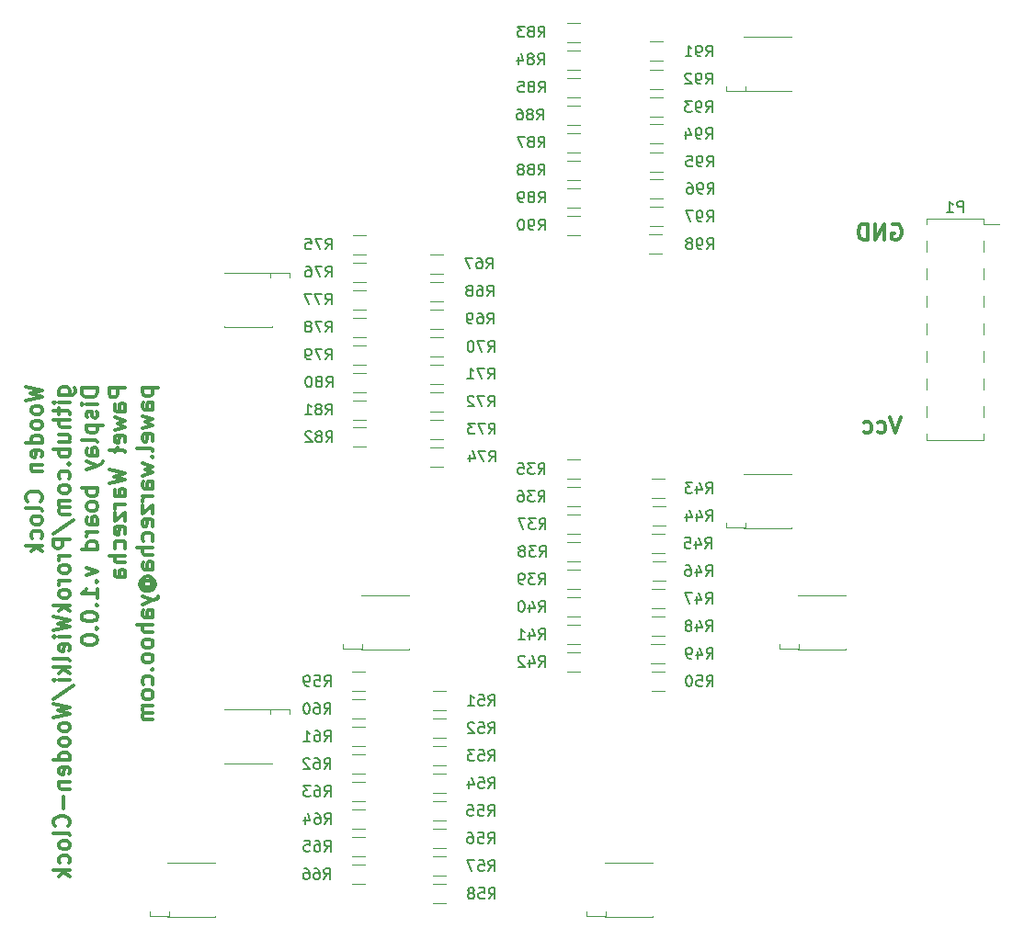
<source format=gbr>
G04 #@! TF.GenerationSoftware,KiCad,Pcbnew,(5.0.0)*
G04 #@! TF.CreationDate,2018-10-21T16:46:55+02:00*
G04 #@! TF.ProjectId,DispalyBoard,44697370616C79426F6172642E6B6963,0.2.1*
G04 #@! TF.SameCoordinates,Original*
G04 #@! TF.FileFunction,Legend,Bot*
G04 #@! TF.FilePolarity,Positive*
%FSLAX46Y46*%
G04 Gerber Fmt 4.6, Leading zero omitted, Abs format (unit mm)*
G04 Created by KiCad (PCBNEW (5.0.0)) date 10/21/18 16:46:55*
%MOMM*%
%LPD*%
G01*
G04 APERTURE LIST*
%ADD10C,0.300000*%
%ADD11C,0.002540*%
%ADD12C,0.120000*%
%ADD13C,0.150000*%
G04 APERTURE END LIST*
D10*
X104149471Y-90299885D02*
X105649471Y-90657028D01*
X104578042Y-90942742D01*
X105649471Y-91228457D01*
X104149471Y-91585600D01*
X105649471Y-92371314D02*
X105578042Y-92228457D01*
X105506614Y-92157028D01*
X105363757Y-92085600D01*
X104935185Y-92085600D01*
X104792328Y-92157028D01*
X104720900Y-92228457D01*
X104649471Y-92371314D01*
X104649471Y-92585600D01*
X104720900Y-92728457D01*
X104792328Y-92799885D01*
X104935185Y-92871314D01*
X105363757Y-92871314D01*
X105506614Y-92799885D01*
X105578042Y-92728457D01*
X105649471Y-92585600D01*
X105649471Y-92371314D01*
X105649471Y-93728457D02*
X105578042Y-93585600D01*
X105506614Y-93514171D01*
X105363757Y-93442742D01*
X104935185Y-93442742D01*
X104792328Y-93514171D01*
X104720900Y-93585600D01*
X104649471Y-93728457D01*
X104649471Y-93942742D01*
X104720900Y-94085600D01*
X104792328Y-94157028D01*
X104935185Y-94228457D01*
X105363757Y-94228457D01*
X105506614Y-94157028D01*
X105578042Y-94085600D01*
X105649471Y-93942742D01*
X105649471Y-93728457D01*
X105649471Y-95514171D02*
X104149471Y-95514171D01*
X105578042Y-95514171D02*
X105649471Y-95371314D01*
X105649471Y-95085600D01*
X105578042Y-94942742D01*
X105506614Y-94871314D01*
X105363757Y-94799885D01*
X104935185Y-94799885D01*
X104792328Y-94871314D01*
X104720900Y-94942742D01*
X104649471Y-95085600D01*
X104649471Y-95371314D01*
X104720900Y-95514171D01*
X105578042Y-96799885D02*
X105649471Y-96657028D01*
X105649471Y-96371314D01*
X105578042Y-96228457D01*
X105435185Y-96157028D01*
X104863757Y-96157028D01*
X104720900Y-96228457D01*
X104649471Y-96371314D01*
X104649471Y-96657028D01*
X104720900Y-96799885D01*
X104863757Y-96871314D01*
X105006614Y-96871314D01*
X105149471Y-96157028D01*
X104649471Y-97514171D02*
X105649471Y-97514171D01*
X104792328Y-97514171D02*
X104720900Y-97585600D01*
X104649471Y-97728457D01*
X104649471Y-97942742D01*
X104720900Y-98085600D01*
X104863757Y-98157028D01*
X105649471Y-98157028D01*
X105506614Y-100871314D02*
X105578042Y-100799885D01*
X105649471Y-100585600D01*
X105649471Y-100442742D01*
X105578042Y-100228457D01*
X105435185Y-100085600D01*
X105292328Y-100014171D01*
X105006614Y-99942742D01*
X104792328Y-99942742D01*
X104506614Y-100014171D01*
X104363757Y-100085600D01*
X104220900Y-100228457D01*
X104149471Y-100442742D01*
X104149471Y-100585600D01*
X104220900Y-100799885D01*
X104292328Y-100871314D01*
X105649471Y-101728457D02*
X105578042Y-101585600D01*
X105435185Y-101514171D01*
X104149471Y-101514171D01*
X105649471Y-102514171D02*
X105578042Y-102371314D01*
X105506614Y-102299885D01*
X105363757Y-102228457D01*
X104935185Y-102228457D01*
X104792328Y-102299885D01*
X104720900Y-102371314D01*
X104649471Y-102514171D01*
X104649471Y-102728457D01*
X104720900Y-102871314D01*
X104792328Y-102942742D01*
X104935185Y-103014171D01*
X105363757Y-103014171D01*
X105506614Y-102942742D01*
X105578042Y-102871314D01*
X105649471Y-102728457D01*
X105649471Y-102514171D01*
X105578042Y-104299885D02*
X105649471Y-104157028D01*
X105649471Y-103871314D01*
X105578042Y-103728457D01*
X105506614Y-103657028D01*
X105363757Y-103585600D01*
X104935185Y-103585600D01*
X104792328Y-103657028D01*
X104720900Y-103728457D01*
X104649471Y-103871314D01*
X104649471Y-104157028D01*
X104720900Y-104299885D01*
X105649471Y-104942742D02*
X104149471Y-104942742D01*
X105078042Y-105085600D02*
X105649471Y-105514171D01*
X104649471Y-105514171D02*
X105220900Y-104942742D01*
X107199471Y-91085600D02*
X108413757Y-91085600D01*
X108556614Y-91014171D01*
X108628042Y-90942742D01*
X108699471Y-90799885D01*
X108699471Y-90585600D01*
X108628042Y-90442742D01*
X108128042Y-91085600D02*
X108199471Y-90942742D01*
X108199471Y-90657028D01*
X108128042Y-90514171D01*
X108056614Y-90442742D01*
X107913757Y-90371314D01*
X107485185Y-90371314D01*
X107342328Y-90442742D01*
X107270900Y-90514171D01*
X107199471Y-90657028D01*
X107199471Y-90942742D01*
X107270900Y-91085600D01*
X108199471Y-91799885D02*
X107199471Y-91799885D01*
X106699471Y-91799885D02*
X106770900Y-91728457D01*
X106842328Y-91799885D01*
X106770900Y-91871314D01*
X106699471Y-91799885D01*
X106842328Y-91799885D01*
X107199471Y-92299885D02*
X107199471Y-92871314D01*
X106699471Y-92514171D02*
X107985185Y-92514171D01*
X108128042Y-92585600D01*
X108199471Y-92728457D01*
X108199471Y-92871314D01*
X108199471Y-93371314D02*
X106699471Y-93371314D01*
X108199471Y-94014171D02*
X107413757Y-94014171D01*
X107270900Y-93942742D01*
X107199471Y-93799885D01*
X107199471Y-93585600D01*
X107270900Y-93442742D01*
X107342328Y-93371314D01*
X107199471Y-95371314D02*
X108199471Y-95371314D01*
X107199471Y-94728457D02*
X107985185Y-94728457D01*
X108128042Y-94799885D01*
X108199471Y-94942742D01*
X108199471Y-95157028D01*
X108128042Y-95299885D01*
X108056614Y-95371314D01*
X108199471Y-96085600D02*
X106699471Y-96085600D01*
X107270900Y-96085600D02*
X107199471Y-96228457D01*
X107199471Y-96514171D01*
X107270900Y-96657028D01*
X107342328Y-96728457D01*
X107485185Y-96799885D01*
X107913757Y-96799885D01*
X108056614Y-96728457D01*
X108128042Y-96657028D01*
X108199471Y-96514171D01*
X108199471Y-96228457D01*
X108128042Y-96085600D01*
X108056614Y-97442742D02*
X108128042Y-97514171D01*
X108199471Y-97442742D01*
X108128042Y-97371314D01*
X108056614Y-97442742D01*
X108199471Y-97442742D01*
X108128042Y-98799885D02*
X108199471Y-98657028D01*
X108199471Y-98371314D01*
X108128042Y-98228457D01*
X108056614Y-98157028D01*
X107913757Y-98085600D01*
X107485185Y-98085600D01*
X107342328Y-98157028D01*
X107270900Y-98228457D01*
X107199471Y-98371314D01*
X107199471Y-98657028D01*
X107270900Y-98799885D01*
X108199471Y-99657028D02*
X108128042Y-99514171D01*
X108056614Y-99442742D01*
X107913757Y-99371314D01*
X107485185Y-99371314D01*
X107342328Y-99442742D01*
X107270900Y-99514171D01*
X107199471Y-99657028D01*
X107199471Y-99871314D01*
X107270900Y-100014171D01*
X107342328Y-100085600D01*
X107485185Y-100157028D01*
X107913757Y-100157028D01*
X108056614Y-100085600D01*
X108128042Y-100014171D01*
X108199471Y-99871314D01*
X108199471Y-99657028D01*
X108199471Y-100799885D02*
X107199471Y-100799885D01*
X107342328Y-100799885D02*
X107270900Y-100871314D01*
X107199471Y-101014171D01*
X107199471Y-101228457D01*
X107270900Y-101371314D01*
X107413757Y-101442742D01*
X108199471Y-101442742D01*
X107413757Y-101442742D02*
X107270900Y-101514171D01*
X107199471Y-101657028D01*
X107199471Y-101871314D01*
X107270900Y-102014171D01*
X107413757Y-102085600D01*
X108199471Y-102085600D01*
X106628042Y-103871314D02*
X108556614Y-102585600D01*
X108199471Y-104371314D02*
X106699471Y-104371314D01*
X106699471Y-104942742D01*
X106770900Y-105085600D01*
X106842328Y-105157028D01*
X106985185Y-105228457D01*
X107199471Y-105228457D01*
X107342328Y-105157028D01*
X107413757Y-105085600D01*
X107485185Y-104942742D01*
X107485185Y-104371314D01*
X108199471Y-105871314D02*
X107199471Y-105871314D01*
X107485185Y-105871314D02*
X107342328Y-105942742D01*
X107270900Y-106014171D01*
X107199471Y-106157028D01*
X107199471Y-106299885D01*
X108199471Y-107014171D02*
X108128042Y-106871314D01*
X108056614Y-106799885D01*
X107913757Y-106728457D01*
X107485185Y-106728457D01*
X107342328Y-106799885D01*
X107270900Y-106871314D01*
X107199471Y-107014171D01*
X107199471Y-107228457D01*
X107270900Y-107371314D01*
X107342328Y-107442742D01*
X107485185Y-107514171D01*
X107913757Y-107514171D01*
X108056614Y-107442742D01*
X108128042Y-107371314D01*
X108199471Y-107228457D01*
X108199471Y-107014171D01*
X108199471Y-108157028D02*
X107199471Y-108157028D01*
X107485185Y-108157028D02*
X107342328Y-108228457D01*
X107270900Y-108299885D01*
X107199471Y-108442742D01*
X107199471Y-108585600D01*
X108199471Y-109299885D02*
X108128042Y-109157028D01*
X108056614Y-109085600D01*
X107913757Y-109014171D01*
X107485185Y-109014171D01*
X107342328Y-109085600D01*
X107270900Y-109157028D01*
X107199471Y-109299885D01*
X107199471Y-109514171D01*
X107270900Y-109657028D01*
X107342328Y-109728457D01*
X107485185Y-109799885D01*
X107913757Y-109799885D01*
X108056614Y-109728457D01*
X108128042Y-109657028D01*
X108199471Y-109514171D01*
X108199471Y-109299885D01*
X108199471Y-110442742D02*
X106699471Y-110442742D01*
X107628042Y-110585600D02*
X108199471Y-111014171D01*
X107199471Y-111014171D02*
X107770900Y-110442742D01*
X106699471Y-111514171D02*
X108199471Y-111871314D01*
X107128042Y-112157028D01*
X108199471Y-112442742D01*
X106699471Y-112799885D01*
X108199471Y-113371314D02*
X107199471Y-113371314D01*
X106699471Y-113371314D02*
X106770900Y-113299885D01*
X106842328Y-113371314D01*
X106770900Y-113442742D01*
X106699471Y-113371314D01*
X106842328Y-113371314D01*
X108128042Y-114657028D02*
X108199471Y-114514171D01*
X108199471Y-114228457D01*
X108128042Y-114085600D01*
X107985185Y-114014171D01*
X107413757Y-114014171D01*
X107270900Y-114085600D01*
X107199471Y-114228457D01*
X107199471Y-114514171D01*
X107270900Y-114657028D01*
X107413757Y-114728457D01*
X107556614Y-114728457D01*
X107699471Y-114014171D01*
X108199471Y-115585600D02*
X108128042Y-115442742D01*
X107985185Y-115371314D01*
X106699471Y-115371314D01*
X108199471Y-116157028D02*
X106699471Y-116157028D01*
X107628042Y-116299885D02*
X108199471Y-116728457D01*
X107199471Y-116728457D02*
X107770900Y-116157028D01*
X108199471Y-117371314D02*
X107199471Y-117371314D01*
X106699471Y-117371314D02*
X106770900Y-117299885D01*
X106842328Y-117371314D01*
X106770900Y-117442742D01*
X106699471Y-117371314D01*
X106842328Y-117371314D01*
X106628042Y-119157028D02*
X108556614Y-117871314D01*
X106699471Y-119514171D02*
X108199471Y-119871314D01*
X107128042Y-120157028D01*
X108199471Y-120442742D01*
X106699471Y-120799885D01*
X108199471Y-121585600D02*
X108128042Y-121442742D01*
X108056614Y-121371314D01*
X107913757Y-121299885D01*
X107485185Y-121299885D01*
X107342328Y-121371314D01*
X107270900Y-121442742D01*
X107199471Y-121585600D01*
X107199471Y-121799885D01*
X107270900Y-121942742D01*
X107342328Y-122014171D01*
X107485185Y-122085600D01*
X107913757Y-122085600D01*
X108056614Y-122014171D01*
X108128042Y-121942742D01*
X108199471Y-121799885D01*
X108199471Y-121585600D01*
X108199471Y-122942742D02*
X108128042Y-122799885D01*
X108056614Y-122728457D01*
X107913757Y-122657028D01*
X107485185Y-122657028D01*
X107342328Y-122728457D01*
X107270900Y-122799885D01*
X107199471Y-122942742D01*
X107199471Y-123157028D01*
X107270900Y-123299885D01*
X107342328Y-123371314D01*
X107485185Y-123442742D01*
X107913757Y-123442742D01*
X108056614Y-123371314D01*
X108128042Y-123299885D01*
X108199471Y-123157028D01*
X108199471Y-122942742D01*
X108199471Y-124728457D02*
X106699471Y-124728457D01*
X108128042Y-124728457D02*
X108199471Y-124585600D01*
X108199471Y-124299885D01*
X108128042Y-124157028D01*
X108056614Y-124085600D01*
X107913757Y-124014171D01*
X107485185Y-124014171D01*
X107342328Y-124085600D01*
X107270900Y-124157028D01*
X107199471Y-124299885D01*
X107199471Y-124585600D01*
X107270900Y-124728457D01*
X108128042Y-126014171D02*
X108199471Y-125871314D01*
X108199471Y-125585600D01*
X108128042Y-125442742D01*
X107985185Y-125371314D01*
X107413757Y-125371314D01*
X107270900Y-125442742D01*
X107199471Y-125585600D01*
X107199471Y-125871314D01*
X107270900Y-126014171D01*
X107413757Y-126085600D01*
X107556614Y-126085600D01*
X107699471Y-125371314D01*
X107199471Y-126728457D02*
X108199471Y-126728457D01*
X107342328Y-126728457D02*
X107270900Y-126799885D01*
X107199471Y-126942742D01*
X107199471Y-127157028D01*
X107270900Y-127299885D01*
X107413757Y-127371314D01*
X108199471Y-127371314D01*
X107628042Y-128085600D02*
X107628042Y-129228457D01*
X108056614Y-130799885D02*
X108128042Y-130728457D01*
X108199471Y-130514171D01*
X108199471Y-130371314D01*
X108128042Y-130157028D01*
X107985185Y-130014171D01*
X107842328Y-129942742D01*
X107556614Y-129871314D01*
X107342328Y-129871314D01*
X107056614Y-129942742D01*
X106913757Y-130014171D01*
X106770900Y-130157028D01*
X106699471Y-130371314D01*
X106699471Y-130514171D01*
X106770900Y-130728457D01*
X106842328Y-130799885D01*
X108199471Y-131657028D02*
X108128042Y-131514171D01*
X107985185Y-131442742D01*
X106699471Y-131442742D01*
X108199471Y-132442742D02*
X108128042Y-132299885D01*
X108056614Y-132228457D01*
X107913757Y-132157028D01*
X107485185Y-132157028D01*
X107342328Y-132228457D01*
X107270900Y-132299885D01*
X107199471Y-132442742D01*
X107199471Y-132657028D01*
X107270900Y-132799885D01*
X107342328Y-132871314D01*
X107485185Y-132942742D01*
X107913757Y-132942742D01*
X108056614Y-132871314D01*
X108128042Y-132799885D01*
X108199471Y-132657028D01*
X108199471Y-132442742D01*
X108128042Y-134228457D02*
X108199471Y-134085600D01*
X108199471Y-133799885D01*
X108128042Y-133657028D01*
X108056614Y-133585600D01*
X107913757Y-133514171D01*
X107485185Y-133514171D01*
X107342328Y-133585600D01*
X107270900Y-133657028D01*
X107199471Y-133799885D01*
X107199471Y-134085600D01*
X107270900Y-134228457D01*
X108199471Y-134871314D02*
X106699471Y-134871314D01*
X107628042Y-135014171D02*
X108199471Y-135442742D01*
X107199471Y-135442742D02*
X107770900Y-134871314D01*
X110749471Y-90442742D02*
X109249471Y-90442742D01*
X109249471Y-90799885D01*
X109320900Y-91014171D01*
X109463757Y-91157028D01*
X109606614Y-91228457D01*
X109892328Y-91299885D01*
X110106614Y-91299885D01*
X110392328Y-91228457D01*
X110535185Y-91157028D01*
X110678042Y-91014171D01*
X110749471Y-90799885D01*
X110749471Y-90442742D01*
X110749471Y-91942742D02*
X109749471Y-91942742D01*
X109249471Y-91942742D02*
X109320900Y-91871314D01*
X109392328Y-91942742D01*
X109320900Y-92014171D01*
X109249471Y-91942742D01*
X109392328Y-91942742D01*
X110678042Y-92585600D02*
X110749471Y-92728457D01*
X110749471Y-93014171D01*
X110678042Y-93157028D01*
X110535185Y-93228457D01*
X110463757Y-93228457D01*
X110320900Y-93157028D01*
X110249471Y-93014171D01*
X110249471Y-92799885D01*
X110178042Y-92657028D01*
X110035185Y-92585600D01*
X109963757Y-92585600D01*
X109820900Y-92657028D01*
X109749471Y-92799885D01*
X109749471Y-93014171D01*
X109820900Y-93157028D01*
X109749471Y-93871314D02*
X111249471Y-93871314D01*
X109820900Y-93871314D02*
X109749471Y-94014171D01*
X109749471Y-94299885D01*
X109820900Y-94442742D01*
X109892328Y-94514171D01*
X110035185Y-94585600D01*
X110463757Y-94585600D01*
X110606614Y-94514171D01*
X110678042Y-94442742D01*
X110749471Y-94299885D01*
X110749471Y-94014171D01*
X110678042Y-93871314D01*
X110749471Y-95442742D02*
X110678042Y-95299885D01*
X110535185Y-95228457D01*
X109249471Y-95228457D01*
X110749471Y-96657028D02*
X109963757Y-96657028D01*
X109820900Y-96585600D01*
X109749471Y-96442742D01*
X109749471Y-96157028D01*
X109820900Y-96014171D01*
X110678042Y-96657028D02*
X110749471Y-96514171D01*
X110749471Y-96157028D01*
X110678042Y-96014171D01*
X110535185Y-95942742D01*
X110392328Y-95942742D01*
X110249471Y-96014171D01*
X110178042Y-96157028D01*
X110178042Y-96514171D01*
X110106614Y-96657028D01*
X109749471Y-97228457D02*
X110749471Y-97585600D01*
X109749471Y-97942742D02*
X110749471Y-97585600D01*
X111106614Y-97442742D01*
X111178042Y-97371314D01*
X111249471Y-97228457D01*
X110749471Y-99657028D02*
X109249471Y-99657028D01*
X109820900Y-99657028D02*
X109749471Y-99799885D01*
X109749471Y-100085600D01*
X109820900Y-100228457D01*
X109892328Y-100299885D01*
X110035185Y-100371314D01*
X110463757Y-100371314D01*
X110606614Y-100299885D01*
X110678042Y-100228457D01*
X110749471Y-100085600D01*
X110749471Y-99799885D01*
X110678042Y-99657028D01*
X110749471Y-101228457D02*
X110678042Y-101085600D01*
X110606614Y-101014171D01*
X110463757Y-100942742D01*
X110035185Y-100942742D01*
X109892328Y-101014171D01*
X109820900Y-101085600D01*
X109749471Y-101228457D01*
X109749471Y-101442742D01*
X109820900Y-101585600D01*
X109892328Y-101657028D01*
X110035185Y-101728457D01*
X110463757Y-101728457D01*
X110606614Y-101657028D01*
X110678042Y-101585600D01*
X110749471Y-101442742D01*
X110749471Y-101228457D01*
X110749471Y-103014171D02*
X109963757Y-103014171D01*
X109820900Y-102942742D01*
X109749471Y-102799885D01*
X109749471Y-102514171D01*
X109820900Y-102371314D01*
X110678042Y-103014171D02*
X110749471Y-102871314D01*
X110749471Y-102514171D01*
X110678042Y-102371314D01*
X110535185Y-102299885D01*
X110392328Y-102299885D01*
X110249471Y-102371314D01*
X110178042Y-102514171D01*
X110178042Y-102871314D01*
X110106614Y-103014171D01*
X110749471Y-103728457D02*
X109749471Y-103728457D01*
X110035185Y-103728457D02*
X109892328Y-103799885D01*
X109820900Y-103871314D01*
X109749471Y-104014171D01*
X109749471Y-104157028D01*
X110749471Y-105299885D02*
X109249471Y-105299885D01*
X110678042Y-105299885D02*
X110749471Y-105157028D01*
X110749471Y-104871314D01*
X110678042Y-104728457D01*
X110606614Y-104657028D01*
X110463757Y-104585600D01*
X110035185Y-104585600D01*
X109892328Y-104657028D01*
X109820900Y-104728457D01*
X109749471Y-104871314D01*
X109749471Y-105157028D01*
X109820900Y-105299885D01*
X109749471Y-107014171D02*
X110749471Y-107371314D01*
X109749471Y-107728457D01*
X110606614Y-108299885D02*
X110678042Y-108371314D01*
X110749471Y-108299885D01*
X110678042Y-108228457D01*
X110606614Y-108299885D01*
X110749471Y-108299885D01*
X110749471Y-109799885D02*
X110749471Y-108942742D01*
X110749471Y-109371314D02*
X109249471Y-109371314D01*
X109463757Y-109228457D01*
X109606614Y-109085600D01*
X109678042Y-108942742D01*
X110606614Y-110442742D02*
X110678042Y-110514171D01*
X110749471Y-110442742D01*
X110678042Y-110371314D01*
X110606614Y-110442742D01*
X110749471Y-110442742D01*
X109249471Y-111442742D02*
X109249471Y-111585600D01*
X109320900Y-111728457D01*
X109392328Y-111799885D01*
X109535185Y-111871314D01*
X109820900Y-111942742D01*
X110178042Y-111942742D01*
X110463757Y-111871314D01*
X110606614Y-111799885D01*
X110678042Y-111728457D01*
X110749471Y-111585600D01*
X110749471Y-111442742D01*
X110678042Y-111299885D01*
X110606614Y-111228457D01*
X110463757Y-111157028D01*
X110178042Y-111085600D01*
X109820900Y-111085600D01*
X109535185Y-111157028D01*
X109392328Y-111228457D01*
X109320900Y-111299885D01*
X109249471Y-111442742D01*
X110606614Y-112585600D02*
X110678042Y-112657028D01*
X110749471Y-112585600D01*
X110678042Y-112514171D01*
X110606614Y-112585600D01*
X110749471Y-112585600D01*
X109249471Y-113585600D02*
X109249471Y-113728457D01*
X109320900Y-113871314D01*
X109392328Y-113942742D01*
X109535185Y-114014171D01*
X109820900Y-114085600D01*
X110178042Y-114085600D01*
X110463757Y-114014171D01*
X110606614Y-113942742D01*
X110678042Y-113871314D01*
X110749471Y-113728457D01*
X110749471Y-113585600D01*
X110678042Y-113442742D01*
X110606614Y-113371314D01*
X110463757Y-113299885D01*
X110178042Y-113228457D01*
X109820900Y-113228457D01*
X109535185Y-113299885D01*
X109392328Y-113371314D01*
X109320900Y-113442742D01*
X109249471Y-113585600D01*
X113299471Y-90442742D02*
X111799471Y-90442742D01*
X111799471Y-91014171D01*
X111870900Y-91157028D01*
X111942328Y-91228457D01*
X112085185Y-91299885D01*
X112299471Y-91299885D01*
X112442328Y-91228457D01*
X112513757Y-91157028D01*
X112585185Y-91014171D01*
X112585185Y-90442742D01*
X113299471Y-92585600D02*
X112513757Y-92585600D01*
X112370900Y-92514171D01*
X112299471Y-92371314D01*
X112299471Y-92085600D01*
X112370900Y-91942742D01*
X113228042Y-92585600D02*
X113299471Y-92442742D01*
X113299471Y-92085600D01*
X113228042Y-91942742D01*
X113085185Y-91871314D01*
X112942328Y-91871314D01*
X112799471Y-91942742D01*
X112728042Y-92085600D01*
X112728042Y-92442742D01*
X112656614Y-92585600D01*
X112299471Y-93157028D02*
X113299471Y-93442742D01*
X112585185Y-93728457D01*
X113299471Y-94014171D01*
X112299471Y-94299885D01*
X113228042Y-95442742D02*
X113299471Y-95299885D01*
X113299471Y-95014171D01*
X113228042Y-94871314D01*
X113085185Y-94799885D01*
X112513757Y-94799885D01*
X112370900Y-94871314D01*
X112299471Y-95014171D01*
X112299471Y-95299885D01*
X112370900Y-95442742D01*
X112513757Y-95514171D01*
X112656614Y-95514171D01*
X112799471Y-94799885D01*
X113299471Y-96371314D02*
X113228042Y-96228457D01*
X113085185Y-96157028D01*
X111799471Y-96157028D01*
X112585185Y-95942742D02*
X112299471Y-96371314D01*
X111799471Y-97942742D02*
X113299471Y-98299885D01*
X112228042Y-98585600D01*
X113299471Y-98871314D01*
X111799471Y-99228457D01*
X113299471Y-100442742D02*
X112513757Y-100442742D01*
X112370900Y-100371314D01*
X112299471Y-100228457D01*
X112299471Y-99942742D01*
X112370900Y-99799885D01*
X113228042Y-100442742D02*
X113299471Y-100299885D01*
X113299471Y-99942742D01*
X113228042Y-99799885D01*
X113085185Y-99728457D01*
X112942328Y-99728457D01*
X112799471Y-99799885D01*
X112728042Y-99942742D01*
X112728042Y-100299885D01*
X112656614Y-100442742D01*
X113299471Y-101157028D02*
X112299471Y-101157028D01*
X112585185Y-101157028D02*
X112442328Y-101228457D01*
X112370900Y-101299885D01*
X112299471Y-101442742D01*
X112299471Y-101585600D01*
X112299471Y-101942742D02*
X112299471Y-102728457D01*
X113299471Y-101942742D01*
X113299471Y-102728457D01*
X113228042Y-103871314D02*
X113299471Y-103728457D01*
X113299471Y-103442742D01*
X113228042Y-103299885D01*
X113085185Y-103228457D01*
X112513757Y-103228457D01*
X112370900Y-103299885D01*
X112299471Y-103442742D01*
X112299471Y-103728457D01*
X112370900Y-103871314D01*
X112513757Y-103942742D01*
X112656614Y-103942742D01*
X112799471Y-103228457D01*
X113228042Y-105228457D02*
X113299471Y-105085600D01*
X113299471Y-104799885D01*
X113228042Y-104657028D01*
X113156614Y-104585600D01*
X113013757Y-104514171D01*
X112585185Y-104514171D01*
X112442328Y-104585600D01*
X112370900Y-104657028D01*
X112299471Y-104799885D01*
X112299471Y-105085600D01*
X112370900Y-105228457D01*
X113299471Y-105871314D02*
X111799471Y-105871314D01*
X113299471Y-106514171D02*
X112513757Y-106514171D01*
X112370900Y-106442742D01*
X112299471Y-106299885D01*
X112299471Y-106085600D01*
X112370900Y-105942742D01*
X112442328Y-105871314D01*
X113299471Y-107871314D02*
X112513757Y-107871314D01*
X112370900Y-107799885D01*
X112299471Y-107657028D01*
X112299471Y-107371314D01*
X112370900Y-107228457D01*
X113228042Y-107871314D02*
X113299471Y-107728457D01*
X113299471Y-107371314D01*
X113228042Y-107228457D01*
X113085185Y-107157028D01*
X112942328Y-107157028D01*
X112799471Y-107228457D01*
X112728042Y-107371314D01*
X112728042Y-107728457D01*
X112656614Y-107871314D01*
X114849471Y-90442742D02*
X116349471Y-90442742D01*
X114920900Y-90442742D02*
X114849471Y-90585600D01*
X114849471Y-90871314D01*
X114920900Y-91014171D01*
X114992328Y-91085600D01*
X115135185Y-91157028D01*
X115563757Y-91157028D01*
X115706614Y-91085600D01*
X115778042Y-91014171D01*
X115849471Y-90871314D01*
X115849471Y-90585600D01*
X115778042Y-90442742D01*
X115849471Y-92442742D02*
X115063757Y-92442742D01*
X114920900Y-92371314D01*
X114849471Y-92228457D01*
X114849471Y-91942742D01*
X114920900Y-91799885D01*
X115778042Y-92442742D02*
X115849471Y-92299885D01*
X115849471Y-91942742D01*
X115778042Y-91799885D01*
X115635185Y-91728457D01*
X115492328Y-91728457D01*
X115349471Y-91799885D01*
X115278042Y-91942742D01*
X115278042Y-92299885D01*
X115206614Y-92442742D01*
X114849471Y-93014171D02*
X115849471Y-93299885D01*
X115135185Y-93585600D01*
X115849471Y-93871314D01*
X114849471Y-94157028D01*
X115778042Y-95299885D02*
X115849471Y-95157028D01*
X115849471Y-94871314D01*
X115778042Y-94728457D01*
X115635185Y-94657028D01*
X115063757Y-94657028D01*
X114920900Y-94728457D01*
X114849471Y-94871314D01*
X114849471Y-95157028D01*
X114920900Y-95299885D01*
X115063757Y-95371314D01*
X115206614Y-95371314D01*
X115349471Y-94657028D01*
X115849471Y-96228457D02*
X115778042Y-96085600D01*
X115635185Y-96014171D01*
X114349471Y-96014171D01*
X115706614Y-96799885D02*
X115778042Y-96871314D01*
X115849471Y-96799885D01*
X115778042Y-96728457D01*
X115706614Y-96799885D01*
X115849471Y-96799885D01*
X114849471Y-97371314D02*
X115849471Y-97657028D01*
X115135185Y-97942742D01*
X115849471Y-98228457D01*
X114849471Y-98514171D01*
X115849471Y-99728457D02*
X115063757Y-99728457D01*
X114920900Y-99657028D01*
X114849471Y-99514171D01*
X114849471Y-99228457D01*
X114920900Y-99085600D01*
X115778042Y-99728457D02*
X115849471Y-99585600D01*
X115849471Y-99228457D01*
X115778042Y-99085600D01*
X115635185Y-99014171D01*
X115492328Y-99014171D01*
X115349471Y-99085600D01*
X115278042Y-99228457D01*
X115278042Y-99585600D01*
X115206614Y-99728457D01*
X115849471Y-100442742D02*
X114849471Y-100442742D01*
X115135185Y-100442742D02*
X114992328Y-100514171D01*
X114920900Y-100585600D01*
X114849471Y-100728457D01*
X114849471Y-100871314D01*
X114849471Y-101228457D02*
X114849471Y-102014171D01*
X115849471Y-101228457D01*
X115849471Y-102014171D01*
X115778042Y-103157028D02*
X115849471Y-103014171D01*
X115849471Y-102728457D01*
X115778042Y-102585600D01*
X115635185Y-102514171D01*
X115063757Y-102514171D01*
X114920900Y-102585600D01*
X114849471Y-102728457D01*
X114849471Y-103014171D01*
X114920900Y-103157028D01*
X115063757Y-103228457D01*
X115206614Y-103228457D01*
X115349471Y-102514171D01*
X115778042Y-104514171D02*
X115849471Y-104371314D01*
X115849471Y-104085600D01*
X115778042Y-103942742D01*
X115706614Y-103871314D01*
X115563757Y-103799885D01*
X115135185Y-103799885D01*
X114992328Y-103871314D01*
X114920900Y-103942742D01*
X114849471Y-104085600D01*
X114849471Y-104371314D01*
X114920900Y-104514171D01*
X115849471Y-105157028D02*
X114349471Y-105157028D01*
X115849471Y-105799885D02*
X115063757Y-105799885D01*
X114920900Y-105728457D01*
X114849471Y-105585600D01*
X114849471Y-105371314D01*
X114920900Y-105228457D01*
X114992328Y-105157028D01*
X115849471Y-107157028D02*
X115063757Y-107157028D01*
X114920900Y-107085600D01*
X114849471Y-106942742D01*
X114849471Y-106657028D01*
X114920900Y-106514171D01*
X115778042Y-107157028D02*
X115849471Y-107014171D01*
X115849471Y-106657028D01*
X115778042Y-106514171D01*
X115635185Y-106442742D01*
X115492328Y-106442742D01*
X115349471Y-106514171D01*
X115278042Y-106657028D01*
X115278042Y-107014171D01*
X115206614Y-107157028D01*
X115135185Y-108799885D02*
X115063757Y-108728457D01*
X114992328Y-108585600D01*
X114992328Y-108442742D01*
X115063757Y-108299885D01*
X115135185Y-108228457D01*
X115278042Y-108157028D01*
X115420900Y-108157028D01*
X115563757Y-108228457D01*
X115635185Y-108299885D01*
X115706614Y-108442742D01*
X115706614Y-108585600D01*
X115635185Y-108728457D01*
X115563757Y-108799885D01*
X114992328Y-108799885D02*
X115563757Y-108799885D01*
X115635185Y-108871314D01*
X115635185Y-108942742D01*
X115563757Y-109085600D01*
X115420900Y-109157028D01*
X115063757Y-109157028D01*
X114849471Y-109014171D01*
X114706614Y-108799885D01*
X114635185Y-108514171D01*
X114706614Y-108228457D01*
X114849471Y-108014171D01*
X115063757Y-107871314D01*
X115349471Y-107799885D01*
X115635185Y-107871314D01*
X115849471Y-108014171D01*
X115992328Y-108228457D01*
X116063757Y-108514171D01*
X115992328Y-108799885D01*
X115849471Y-109014171D01*
X114849471Y-109657028D02*
X115849471Y-110014171D01*
X114849471Y-110371314D02*
X115849471Y-110014171D01*
X116206614Y-109871314D01*
X116278042Y-109799885D01*
X116349471Y-109657028D01*
X115849471Y-111585600D02*
X115063757Y-111585600D01*
X114920900Y-111514171D01*
X114849471Y-111371314D01*
X114849471Y-111085600D01*
X114920900Y-110942742D01*
X115778042Y-111585600D02*
X115849471Y-111442742D01*
X115849471Y-111085600D01*
X115778042Y-110942742D01*
X115635185Y-110871314D01*
X115492328Y-110871314D01*
X115349471Y-110942742D01*
X115278042Y-111085600D01*
X115278042Y-111442742D01*
X115206614Y-111585600D01*
X115849471Y-112299885D02*
X114349471Y-112299885D01*
X115849471Y-112942742D02*
X115063757Y-112942742D01*
X114920900Y-112871314D01*
X114849471Y-112728457D01*
X114849471Y-112514171D01*
X114920900Y-112371314D01*
X114992328Y-112299885D01*
X115849471Y-113871314D02*
X115778042Y-113728457D01*
X115706614Y-113657028D01*
X115563757Y-113585600D01*
X115135185Y-113585600D01*
X114992328Y-113657028D01*
X114920900Y-113728457D01*
X114849471Y-113871314D01*
X114849471Y-114085600D01*
X114920900Y-114228457D01*
X114992328Y-114299885D01*
X115135185Y-114371314D01*
X115563757Y-114371314D01*
X115706614Y-114299885D01*
X115778042Y-114228457D01*
X115849471Y-114085600D01*
X115849471Y-113871314D01*
X115849471Y-115228457D02*
X115778042Y-115085600D01*
X115706614Y-115014171D01*
X115563757Y-114942742D01*
X115135185Y-114942742D01*
X114992328Y-115014171D01*
X114920900Y-115085600D01*
X114849471Y-115228457D01*
X114849471Y-115442742D01*
X114920900Y-115585600D01*
X114992328Y-115657028D01*
X115135185Y-115728457D01*
X115563757Y-115728457D01*
X115706614Y-115657028D01*
X115778042Y-115585600D01*
X115849471Y-115442742D01*
X115849471Y-115228457D01*
X115706614Y-116371314D02*
X115778042Y-116442742D01*
X115849471Y-116371314D01*
X115778042Y-116299885D01*
X115706614Y-116371314D01*
X115849471Y-116371314D01*
X115778042Y-117728457D02*
X115849471Y-117585600D01*
X115849471Y-117299885D01*
X115778042Y-117157028D01*
X115706614Y-117085600D01*
X115563757Y-117014171D01*
X115135185Y-117014171D01*
X114992328Y-117085600D01*
X114920900Y-117157028D01*
X114849471Y-117299885D01*
X114849471Y-117585600D01*
X114920900Y-117728457D01*
X115849471Y-118585600D02*
X115778042Y-118442742D01*
X115706614Y-118371314D01*
X115563757Y-118299885D01*
X115135185Y-118299885D01*
X114992328Y-118371314D01*
X114920900Y-118442742D01*
X114849471Y-118585600D01*
X114849471Y-118799885D01*
X114920900Y-118942742D01*
X114992328Y-119014171D01*
X115135185Y-119085600D01*
X115563757Y-119085600D01*
X115706614Y-119014171D01*
X115778042Y-118942742D01*
X115849471Y-118799885D01*
X115849471Y-118585600D01*
X115849471Y-119728457D02*
X114849471Y-119728457D01*
X114992328Y-119728457D02*
X114920900Y-119799885D01*
X114849471Y-119942742D01*
X114849471Y-120157028D01*
X114920900Y-120299885D01*
X115063757Y-120371314D01*
X115849471Y-120371314D01*
X115063757Y-120371314D02*
X114920900Y-120442742D01*
X114849471Y-120585600D01*
X114849471Y-120799885D01*
X114920900Y-120942742D01*
X115063757Y-121014171D01*
X115849471Y-121014171D01*
X183946657Y-75373800D02*
X184089514Y-75302371D01*
X184303800Y-75302371D01*
X184518085Y-75373800D01*
X184660942Y-75516657D01*
X184732371Y-75659514D01*
X184803800Y-75945228D01*
X184803800Y-76159514D01*
X184732371Y-76445228D01*
X184660942Y-76588085D01*
X184518085Y-76730942D01*
X184303800Y-76802371D01*
X184160942Y-76802371D01*
X183946657Y-76730942D01*
X183875228Y-76659514D01*
X183875228Y-76159514D01*
X184160942Y-76159514D01*
X183232371Y-76802371D02*
X183232371Y-75302371D01*
X182375228Y-76802371D01*
X182375228Y-75302371D01*
X181660942Y-76802371D02*
X181660942Y-75302371D01*
X181303800Y-75302371D01*
X181089514Y-75373800D01*
X180946657Y-75516657D01*
X180875228Y-75659514D01*
X180803800Y-75945228D01*
X180803800Y-76159514D01*
X180875228Y-76445228D01*
X180946657Y-76588085D01*
X181089514Y-76730942D01*
X181303800Y-76802371D01*
X181660942Y-76802371D01*
X184741914Y-93082371D02*
X184241914Y-94582371D01*
X183741914Y-93082371D01*
X182599057Y-94510942D02*
X182741914Y-94582371D01*
X183027628Y-94582371D01*
X183170485Y-94510942D01*
X183241914Y-94439514D01*
X183313342Y-94296657D01*
X183313342Y-93868085D01*
X183241914Y-93725228D01*
X183170485Y-93653800D01*
X183027628Y-93582371D01*
X182741914Y-93582371D01*
X182599057Y-93653800D01*
X181313342Y-94510942D02*
X181456200Y-94582371D01*
X181741914Y-94582371D01*
X181884771Y-94510942D01*
X181956200Y-94439514D01*
X182027628Y-94296657D01*
X182027628Y-93868085D01*
X181956200Y-93725228D01*
X181884771Y-93653800D01*
X181741914Y-93582371D01*
X181456200Y-93582371D01*
X181313342Y-93653800D01*
D11*
G04 #@! TO.C,U8*
X170383200Y-63063120D02*
X168602660Y-63063120D01*
X168602660Y-63063120D02*
X168602660Y-62641480D01*
X170383200Y-63063120D02*
X170383200Y-62641480D01*
X174665640Y-63078360D02*
X170266360Y-63078360D01*
X170266360Y-58094880D02*
X170266360Y-58079640D01*
X170266360Y-63078360D02*
X170266360Y-63063120D01*
X174665640Y-58079640D02*
X170266360Y-58079640D01*
X174665640Y-58094880D02*
X174665640Y-58079640D01*
X174665640Y-63078360D02*
X174665640Y-63063120D01*
G04 #@! TO.C,U7*
X126669800Y-79811880D02*
X128450340Y-79811880D01*
X128450340Y-79811880D02*
X128450340Y-80233520D01*
X126669800Y-79811880D02*
X126669800Y-80233520D01*
X122387360Y-79796640D02*
X126786640Y-79796640D01*
X126786640Y-84780120D02*
X126786640Y-84795360D01*
X126786640Y-79796640D02*
X126786640Y-79811880D01*
X122387360Y-84795360D02*
X126786640Y-84795360D01*
X122387360Y-84780120D02*
X122387360Y-84795360D01*
X122387360Y-79796640D02*
X122387360Y-79811880D01*
G04 #@! TO.C,U6*
X126669800Y-120070880D02*
X128450340Y-120070880D01*
X128450340Y-120070880D02*
X128450340Y-120492520D01*
X126669800Y-120070880D02*
X126669800Y-120492520D01*
X122387360Y-120055640D02*
X126786640Y-120055640D01*
X126786640Y-125039120D02*
X126786640Y-125054360D01*
X126786640Y-120055640D02*
X126786640Y-120070880D01*
X122387360Y-125054360D02*
X126786640Y-125054360D01*
X122387360Y-125039120D02*
X122387360Y-125054360D01*
X122387360Y-120055640D02*
X122387360Y-120070880D01*
G04 #@! TO.C,U5*
X170383200Y-103322120D02*
X168602660Y-103322120D01*
X168602660Y-103322120D02*
X168602660Y-102900480D01*
X170383200Y-103322120D02*
X170383200Y-102900480D01*
X174665640Y-103337360D02*
X170266360Y-103337360D01*
X170266360Y-98353880D02*
X170266360Y-98338640D01*
X170266360Y-103337360D02*
X170266360Y-103322120D01*
X174665640Y-98338640D02*
X170266360Y-98338640D01*
X174665640Y-98353880D02*
X174665640Y-98338640D01*
X174665640Y-103337360D02*
X174665640Y-103322120D01*
G04 #@! TO.C,U4*
X175336200Y-114498120D02*
X173555660Y-114498120D01*
X173555660Y-114498120D02*
X173555660Y-114076480D01*
X175336200Y-114498120D02*
X175336200Y-114076480D01*
X179618640Y-114513360D02*
X175219360Y-114513360D01*
X175219360Y-109529880D02*
X175219360Y-109514640D01*
X175219360Y-114513360D02*
X175219360Y-114498120D01*
X179618640Y-109514640D02*
X175219360Y-109514640D01*
X179618640Y-109529880D02*
X179618640Y-109514640D01*
X179618640Y-114513360D02*
X179618640Y-114498120D01*
G04 #@! TO.C,U3*
X157556200Y-139136120D02*
X155775660Y-139136120D01*
X155775660Y-139136120D02*
X155775660Y-138714480D01*
X157556200Y-139136120D02*
X157556200Y-138714480D01*
X161838640Y-139151360D02*
X157439360Y-139151360D01*
X157439360Y-134167880D02*
X157439360Y-134152640D01*
X157439360Y-139151360D02*
X157439360Y-139136120D01*
X161838640Y-134152640D02*
X157439360Y-134152640D01*
X161838640Y-134167880D02*
X161838640Y-134152640D01*
X161838640Y-139151360D02*
X161838640Y-139136120D01*
G04 #@! TO.C,U2*
X135140700Y-114498120D02*
X133360160Y-114498120D01*
X133360160Y-114498120D02*
X133360160Y-114076480D01*
X135140700Y-114498120D02*
X135140700Y-114076480D01*
X139423140Y-114513360D02*
X135023860Y-114513360D01*
X135023860Y-109529880D02*
X135023860Y-109514640D01*
X135023860Y-114513360D02*
X135023860Y-114498120D01*
X139423140Y-109514640D02*
X135023860Y-109514640D01*
X139423140Y-109529880D02*
X139423140Y-109514640D01*
X139423140Y-114513360D02*
X139423140Y-114498120D01*
G04 #@! TO.C,U1*
X117297200Y-139136120D02*
X115516660Y-139136120D01*
X115516660Y-139136120D02*
X115516660Y-138714480D01*
X117297200Y-139136120D02*
X117297200Y-138714480D01*
X121579640Y-139151360D02*
X117180360Y-139151360D01*
X117180360Y-134167880D02*
X117180360Y-134152640D01*
X117180360Y-139151360D02*
X117180360Y-139136120D01*
X121579640Y-134152640D02*
X117180360Y-134152640D01*
X121579640Y-134167880D02*
X121579640Y-134152640D01*
X121579640Y-139151360D02*
X121579640Y-139136120D01*
D12*
G04 #@! TO.C,P1*
X192338000Y-74793800D02*
X187138000Y-74793800D01*
X192338000Y-95233800D02*
X187138000Y-95233800D01*
X193778000Y-75363800D02*
X192338000Y-75363800D01*
X192338000Y-74793800D02*
X192338000Y-75363800D01*
X187138000Y-74793800D02*
X187138000Y-75363800D01*
X192338000Y-94663800D02*
X192338000Y-95233800D01*
X187138000Y-94663800D02*
X187138000Y-95233800D01*
X192338000Y-76883800D02*
X192338000Y-77903800D01*
X187138000Y-76883800D02*
X187138000Y-77903800D01*
X192338000Y-79423800D02*
X192338000Y-80443800D01*
X187138000Y-79423800D02*
X187138000Y-80443800D01*
X192338000Y-81963800D02*
X192338000Y-82983800D01*
X187138000Y-81963800D02*
X187138000Y-82983800D01*
X192338000Y-84503800D02*
X192338000Y-85523800D01*
X187138000Y-84503800D02*
X187138000Y-85523800D01*
X192338000Y-87043800D02*
X192338000Y-88063800D01*
X187138000Y-87043800D02*
X187138000Y-88063800D01*
X192338000Y-89583800D02*
X192338000Y-90603800D01*
X187138000Y-89583800D02*
X187138000Y-90603800D01*
X192338000Y-92123800D02*
X192338000Y-93143800D01*
X187138000Y-92123800D02*
X187138000Y-93143800D01*
G04 #@! TO.C,R65*
X134143200Y-133569600D02*
X135343200Y-133569600D01*
X135343200Y-131809600D02*
X134143200Y-131809600D01*
G04 #@! TO.C,R79*
X134270200Y-88256000D02*
X135470200Y-88256000D01*
X135470200Y-86496000D02*
X134270200Y-86496000D01*
G04 #@! TO.C,R45*
X162986000Y-103895000D02*
X161786000Y-103895000D01*
X161786000Y-105655000D02*
X162986000Y-105655000D01*
G04 #@! TO.C,R47*
X162986000Y-108975000D02*
X161786000Y-108975000D01*
X161786000Y-110735000D02*
X162986000Y-110735000D01*
G04 #@! TO.C,R98*
X162749800Y-76310600D02*
X161549800Y-76310600D01*
X161549800Y-78070600D02*
X162749800Y-78070600D01*
G04 #@! TO.C,R97*
X162775200Y-73770600D02*
X161575200Y-73770600D01*
X161575200Y-75530600D02*
X162775200Y-75530600D01*
G04 #@! TO.C,R96*
X162775200Y-71205200D02*
X161575200Y-71205200D01*
X161575200Y-72965200D02*
X162775200Y-72965200D01*
G04 #@! TO.C,R95*
X162775200Y-68716000D02*
X161575200Y-68716000D01*
X161575200Y-70476000D02*
X162775200Y-70476000D01*
G04 #@! TO.C,R94*
X162775200Y-66150600D02*
X161575200Y-66150600D01*
X161575200Y-67910600D02*
X162775200Y-67910600D01*
G04 #@! TO.C,R93*
X162775200Y-63636000D02*
X161575200Y-63636000D01*
X161575200Y-65396000D02*
X162775200Y-65396000D01*
G04 #@! TO.C,R92*
X162775200Y-61096000D02*
X161575200Y-61096000D01*
X161575200Y-62856000D02*
X162775200Y-62856000D01*
G04 #@! TO.C,R91*
X162775200Y-58530600D02*
X161575200Y-58530600D01*
X161575200Y-60290600D02*
X162775200Y-60290600D01*
G04 #@! TO.C,R90*
X155159000Y-74558000D02*
X153959000Y-74558000D01*
X153959000Y-76318000D02*
X155159000Y-76318000D01*
G04 #@! TO.C,R89*
X155159000Y-72018000D02*
X153959000Y-72018000D01*
X153959000Y-73778000D02*
X155159000Y-73778000D01*
G04 #@! TO.C,R88*
X155159000Y-69478000D02*
X153959000Y-69478000D01*
X153959000Y-71238000D02*
X155159000Y-71238000D01*
G04 #@! TO.C,R86*
X155159000Y-64398000D02*
X153959000Y-64398000D01*
X153959000Y-66158000D02*
X155159000Y-66158000D01*
G04 #@! TO.C,R85*
X155159000Y-61858000D02*
X153959000Y-61858000D01*
X153959000Y-63618000D02*
X155159000Y-63618000D01*
G04 #@! TO.C,R84*
X155159000Y-59318000D02*
X153959000Y-59318000D01*
X153959000Y-61078000D02*
X155159000Y-61078000D01*
G04 #@! TO.C,R83*
X155159000Y-56778000D02*
X153959000Y-56778000D01*
X153959000Y-58538000D02*
X155159000Y-58538000D01*
G04 #@! TO.C,R82*
X134274000Y-95850600D02*
X135474000Y-95850600D01*
X135474000Y-94090600D02*
X134274000Y-94090600D01*
G04 #@! TO.C,R81*
X134270200Y-93336000D02*
X135470200Y-93336000D01*
X135470200Y-91576000D02*
X134270200Y-91576000D01*
G04 #@! TO.C,R80*
X134274000Y-90796000D02*
X135474000Y-90796000D01*
X135474000Y-89036000D02*
X134274000Y-89036000D01*
G04 #@! TO.C,R78*
X134277800Y-85716000D02*
X135477800Y-85716000D01*
X135477800Y-83956000D02*
X134277800Y-83956000D01*
G04 #@! TO.C,R77*
X134270200Y-83176000D02*
X135470200Y-83176000D01*
X135470200Y-81416000D02*
X134270200Y-81416000D01*
G04 #@! TO.C,R76*
X134277800Y-80636000D02*
X135477800Y-80636000D01*
X135477800Y-78876000D02*
X134277800Y-78876000D01*
G04 #@! TO.C,R75*
X134277800Y-78096000D02*
X135477800Y-78096000D01*
X135477800Y-76336000D02*
X134277800Y-76336000D01*
G04 #@! TO.C,R74*
X141386000Y-97654000D02*
X142586000Y-97654000D01*
X142586000Y-95894000D02*
X141386000Y-95894000D01*
G04 #@! TO.C,R73*
X141386000Y-95114000D02*
X142586000Y-95114000D01*
X142586000Y-93354000D02*
X141386000Y-93354000D01*
G04 #@! TO.C,R72*
X141386000Y-92574000D02*
X142586000Y-92574000D01*
X142586000Y-90814000D02*
X141386000Y-90814000D01*
G04 #@! TO.C,R71*
X141386000Y-90034000D02*
X142586000Y-90034000D01*
X142586000Y-88274000D02*
X141386000Y-88274000D01*
G04 #@! TO.C,R70*
X141386000Y-87494000D02*
X142586000Y-87494000D01*
X142586000Y-85734000D02*
X141386000Y-85734000D01*
G04 #@! TO.C,R69*
X141386000Y-84954000D02*
X142586000Y-84954000D01*
X142586000Y-83194000D02*
X141386000Y-83194000D01*
G04 #@! TO.C,R68*
X141386000Y-82414000D02*
X142586000Y-82414000D01*
X142586000Y-80654000D02*
X141386000Y-80654000D01*
G04 #@! TO.C,R67*
X141386000Y-79874000D02*
X142586000Y-79874000D01*
X142586000Y-78114000D02*
X141386000Y-78114000D01*
G04 #@! TO.C,R66*
X134147000Y-136135000D02*
X135347000Y-136135000D01*
X135347000Y-134375000D02*
X134147000Y-134375000D01*
G04 #@! TO.C,R64*
X134147000Y-131055000D02*
X135347000Y-131055000D01*
X135347000Y-129295000D02*
X134147000Y-129295000D01*
G04 #@! TO.C,R63*
X134143200Y-128515000D02*
X135343200Y-128515000D01*
X135343200Y-126755000D02*
X134143200Y-126755000D01*
G04 #@! TO.C,R62*
X134147000Y-125975000D02*
X135347000Y-125975000D01*
X135347000Y-124215000D02*
X134147000Y-124215000D01*
G04 #@! TO.C,R61*
X134143200Y-123435000D02*
X135343200Y-123435000D01*
X135343200Y-121675000D02*
X134143200Y-121675000D01*
G04 #@! TO.C,R60*
X134147000Y-120895000D02*
X135347000Y-120895000D01*
X135347000Y-119135000D02*
X134147000Y-119135000D01*
G04 #@! TO.C,R59*
X134143200Y-118355000D02*
X135343200Y-118355000D01*
X135343200Y-116595000D02*
X134143200Y-116595000D01*
G04 #@! TO.C,R58*
X141640000Y-137913000D02*
X142840000Y-137913000D01*
X142840000Y-136153000D02*
X141640000Y-136153000D01*
G04 #@! TO.C,R57*
X141640000Y-135373000D02*
X142840000Y-135373000D01*
X142840000Y-133613000D02*
X141640000Y-133613000D01*
G04 #@! TO.C,R56*
X141640000Y-132833000D02*
X142840000Y-132833000D01*
X142840000Y-131073000D02*
X141640000Y-131073000D01*
G04 #@! TO.C,R55*
X141640000Y-130293000D02*
X142840000Y-130293000D01*
X142840000Y-128533000D02*
X141640000Y-128533000D01*
G04 #@! TO.C,R54*
X141640000Y-127753000D02*
X142840000Y-127753000D01*
X142840000Y-125993000D02*
X141640000Y-125993000D01*
G04 #@! TO.C,R53*
X141640000Y-125213000D02*
X142840000Y-125213000D01*
X142840000Y-123453000D02*
X141640000Y-123453000D01*
G04 #@! TO.C,R52*
X141640000Y-122673000D02*
X142840000Y-122673000D01*
X142840000Y-120913000D02*
X141640000Y-120913000D01*
G04 #@! TO.C,R51*
X141640000Y-120133000D02*
X142840000Y-120133000D01*
X142840000Y-118373000D02*
X141640000Y-118373000D01*
G04 #@! TO.C,R50*
X162953000Y-116595000D02*
X161753000Y-116595000D01*
X161753000Y-118355000D02*
X162953000Y-118355000D01*
G04 #@! TO.C,R49*
X162935200Y-114055000D02*
X161735200Y-114055000D01*
X161735200Y-115815000D02*
X162935200Y-115815000D01*
G04 #@! TO.C,R48*
X162953000Y-111515000D02*
X161753000Y-111515000D01*
X161753000Y-113275000D02*
X162953000Y-113275000D01*
G04 #@! TO.C,R46*
X163033000Y-106435000D02*
X161833000Y-106435000D01*
X161833000Y-108195000D02*
X163033000Y-108195000D01*
G04 #@! TO.C,R44*
X163033000Y-101355000D02*
X161833000Y-101355000D01*
X161833000Y-103115000D02*
X163033000Y-103115000D01*
G04 #@! TO.C,R43*
X162986000Y-98815000D02*
X161786000Y-98815000D01*
X161786000Y-100575000D02*
X162986000Y-100575000D01*
G04 #@! TO.C,R42*
X155159000Y-114817000D02*
X153959000Y-114817000D01*
X153959000Y-116577000D02*
X155159000Y-116577000D01*
G04 #@! TO.C,R41*
X155159000Y-112277000D02*
X153959000Y-112277000D01*
X153959000Y-114037000D02*
X155159000Y-114037000D01*
G04 #@! TO.C,R40*
X155159000Y-109737000D02*
X153959000Y-109737000D01*
X153959000Y-111497000D02*
X155159000Y-111497000D01*
G04 #@! TO.C,R39*
X155159000Y-107197000D02*
X153959000Y-107197000D01*
X153959000Y-108957000D02*
X155159000Y-108957000D01*
G04 #@! TO.C,R38*
X155159000Y-104657000D02*
X153959000Y-104657000D01*
X153959000Y-106417000D02*
X155159000Y-106417000D01*
G04 #@! TO.C,R37*
X155159000Y-102117000D02*
X153959000Y-102117000D01*
X153959000Y-103877000D02*
X155159000Y-103877000D01*
G04 #@! TO.C,R36*
X155159000Y-99577000D02*
X153959000Y-99577000D01*
X153959000Y-101337000D02*
X155159000Y-101337000D01*
G04 #@! TO.C,R35*
X155159000Y-97037000D02*
X153959000Y-97037000D01*
X153959000Y-98797000D02*
X155159000Y-98797000D01*
G04 #@! TO.C,R87*
X155159000Y-66938000D02*
X153959000Y-66938000D01*
X153959000Y-68698000D02*
X155159000Y-68698000D01*
G04 #@! TO.C,P1*
D13*
X190476095Y-74246180D02*
X190476095Y-73246180D01*
X190095142Y-73246180D01*
X189999904Y-73293800D01*
X189952285Y-73341419D01*
X189904666Y-73436657D01*
X189904666Y-73579514D01*
X189952285Y-73674752D01*
X189999904Y-73722371D01*
X190095142Y-73769990D01*
X190476095Y-73769990D01*
X188952285Y-74246180D02*
X189523714Y-74246180D01*
X189238000Y-74246180D02*
X189238000Y-73246180D01*
X189333238Y-73389038D01*
X189428476Y-73484276D01*
X189523714Y-73531895D01*
G04 #@! TO.C,R65*
X131630657Y-133141980D02*
X131963990Y-132665790D01*
X132202085Y-133141980D02*
X132202085Y-132141980D01*
X131821133Y-132141980D01*
X131725895Y-132189600D01*
X131678276Y-132237219D01*
X131630657Y-132332457D01*
X131630657Y-132475314D01*
X131678276Y-132570552D01*
X131725895Y-132618171D01*
X131821133Y-132665790D01*
X132202085Y-132665790D01*
X130773514Y-132141980D02*
X130963990Y-132141980D01*
X131059228Y-132189600D01*
X131106847Y-132237219D01*
X131202085Y-132380076D01*
X131249704Y-132570552D01*
X131249704Y-132951504D01*
X131202085Y-133046742D01*
X131154466Y-133094361D01*
X131059228Y-133141980D01*
X130868752Y-133141980D01*
X130773514Y-133094361D01*
X130725895Y-133046742D01*
X130678276Y-132951504D01*
X130678276Y-132713409D01*
X130725895Y-132618171D01*
X130773514Y-132570552D01*
X130868752Y-132522933D01*
X131059228Y-132522933D01*
X131154466Y-132570552D01*
X131202085Y-132618171D01*
X131249704Y-132713409D01*
X129773514Y-132141980D02*
X130249704Y-132141980D01*
X130297323Y-132618171D01*
X130249704Y-132570552D01*
X130154466Y-132522933D01*
X129916371Y-132522933D01*
X129821133Y-132570552D01*
X129773514Y-132618171D01*
X129725895Y-132713409D01*
X129725895Y-132951504D01*
X129773514Y-133046742D01*
X129821133Y-133094361D01*
X129916371Y-133141980D01*
X130154466Y-133141980D01*
X130249704Y-133094361D01*
X130297323Y-133046742D01*
G04 #@! TO.C,R79*
X131757657Y-87828380D02*
X132090990Y-87352190D01*
X132329085Y-87828380D02*
X132329085Y-86828380D01*
X131948133Y-86828380D01*
X131852895Y-86876000D01*
X131805276Y-86923619D01*
X131757657Y-87018857D01*
X131757657Y-87161714D01*
X131805276Y-87256952D01*
X131852895Y-87304571D01*
X131948133Y-87352190D01*
X132329085Y-87352190D01*
X131424323Y-86828380D02*
X130757657Y-86828380D01*
X131186228Y-87828380D01*
X130329085Y-87828380D02*
X130138609Y-87828380D01*
X130043371Y-87780761D01*
X129995752Y-87733142D01*
X129900514Y-87590285D01*
X129852895Y-87399809D01*
X129852895Y-87018857D01*
X129900514Y-86923619D01*
X129948133Y-86876000D01*
X130043371Y-86828380D01*
X130233847Y-86828380D01*
X130329085Y-86876000D01*
X130376704Y-86923619D01*
X130424323Y-87018857D01*
X130424323Y-87256952D01*
X130376704Y-87352190D01*
X130329085Y-87399809D01*
X130233847Y-87447428D01*
X130043371Y-87447428D01*
X129948133Y-87399809D01*
X129900514Y-87352190D01*
X129852895Y-87256952D01*
G04 #@! TO.C,R45*
X166708057Y-105227380D02*
X167041390Y-104751190D01*
X167279485Y-105227380D02*
X167279485Y-104227380D01*
X166898533Y-104227380D01*
X166803295Y-104275000D01*
X166755676Y-104322619D01*
X166708057Y-104417857D01*
X166708057Y-104560714D01*
X166755676Y-104655952D01*
X166803295Y-104703571D01*
X166898533Y-104751190D01*
X167279485Y-104751190D01*
X165850914Y-104560714D02*
X165850914Y-105227380D01*
X166089009Y-104179761D02*
X166327104Y-104894047D01*
X165708057Y-104894047D01*
X164850914Y-104227380D02*
X165327104Y-104227380D01*
X165374723Y-104703571D01*
X165327104Y-104655952D01*
X165231866Y-104608333D01*
X164993771Y-104608333D01*
X164898533Y-104655952D01*
X164850914Y-104703571D01*
X164803295Y-104798809D01*
X164803295Y-105036904D01*
X164850914Y-105132142D01*
X164898533Y-105179761D01*
X164993771Y-105227380D01*
X165231866Y-105227380D01*
X165327104Y-105179761D01*
X165374723Y-105132142D01*
G04 #@! TO.C,R47*
X166758857Y-110307380D02*
X167092190Y-109831190D01*
X167330285Y-110307380D02*
X167330285Y-109307380D01*
X166949333Y-109307380D01*
X166854095Y-109355000D01*
X166806476Y-109402619D01*
X166758857Y-109497857D01*
X166758857Y-109640714D01*
X166806476Y-109735952D01*
X166854095Y-109783571D01*
X166949333Y-109831190D01*
X167330285Y-109831190D01*
X165901714Y-109640714D02*
X165901714Y-110307380D01*
X166139809Y-109259761D02*
X166377904Y-109974047D01*
X165758857Y-109974047D01*
X165473142Y-109307380D02*
X164806476Y-109307380D01*
X165235047Y-110307380D01*
G04 #@! TO.C,R98*
X166860457Y-77642980D02*
X167193790Y-77166790D01*
X167431885Y-77642980D02*
X167431885Y-76642980D01*
X167050933Y-76642980D01*
X166955695Y-76690600D01*
X166908076Y-76738219D01*
X166860457Y-76833457D01*
X166860457Y-76976314D01*
X166908076Y-77071552D01*
X166955695Y-77119171D01*
X167050933Y-77166790D01*
X167431885Y-77166790D01*
X166384266Y-77642980D02*
X166193790Y-77642980D01*
X166098552Y-77595361D01*
X166050933Y-77547742D01*
X165955695Y-77404885D01*
X165908076Y-77214409D01*
X165908076Y-76833457D01*
X165955695Y-76738219D01*
X166003314Y-76690600D01*
X166098552Y-76642980D01*
X166289028Y-76642980D01*
X166384266Y-76690600D01*
X166431885Y-76738219D01*
X166479504Y-76833457D01*
X166479504Y-77071552D01*
X166431885Y-77166790D01*
X166384266Y-77214409D01*
X166289028Y-77262028D01*
X166098552Y-77262028D01*
X166003314Y-77214409D01*
X165955695Y-77166790D01*
X165908076Y-77071552D01*
X165336647Y-77071552D02*
X165431885Y-77023933D01*
X165479504Y-76976314D01*
X165527123Y-76881076D01*
X165527123Y-76833457D01*
X165479504Y-76738219D01*
X165431885Y-76690600D01*
X165336647Y-76642980D01*
X165146171Y-76642980D01*
X165050933Y-76690600D01*
X165003314Y-76738219D01*
X164955695Y-76833457D01*
X164955695Y-76881076D01*
X165003314Y-76976314D01*
X165050933Y-77023933D01*
X165146171Y-77071552D01*
X165336647Y-77071552D01*
X165431885Y-77119171D01*
X165479504Y-77166790D01*
X165527123Y-77262028D01*
X165527123Y-77452504D01*
X165479504Y-77547742D01*
X165431885Y-77595361D01*
X165336647Y-77642980D01*
X165146171Y-77642980D01*
X165050933Y-77595361D01*
X165003314Y-77547742D01*
X164955695Y-77452504D01*
X164955695Y-77262028D01*
X165003314Y-77166790D01*
X165050933Y-77119171D01*
X165146171Y-77071552D01*
G04 #@! TO.C,R97*
X166860457Y-75102980D02*
X167193790Y-74626790D01*
X167431885Y-75102980D02*
X167431885Y-74102980D01*
X167050933Y-74102980D01*
X166955695Y-74150600D01*
X166908076Y-74198219D01*
X166860457Y-74293457D01*
X166860457Y-74436314D01*
X166908076Y-74531552D01*
X166955695Y-74579171D01*
X167050933Y-74626790D01*
X167431885Y-74626790D01*
X166384266Y-75102980D02*
X166193790Y-75102980D01*
X166098552Y-75055361D01*
X166050933Y-75007742D01*
X165955695Y-74864885D01*
X165908076Y-74674409D01*
X165908076Y-74293457D01*
X165955695Y-74198219D01*
X166003314Y-74150600D01*
X166098552Y-74102980D01*
X166289028Y-74102980D01*
X166384266Y-74150600D01*
X166431885Y-74198219D01*
X166479504Y-74293457D01*
X166479504Y-74531552D01*
X166431885Y-74626790D01*
X166384266Y-74674409D01*
X166289028Y-74722028D01*
X166098552Y-74722028D01*
X166003314Y-74674409D01*
X165955695Y-74626790D01*
X165908076Y-74531552D01*
X165574742Y-74102980D02*
X164908076Y-74102980D01*
X165336647Y-75102980D01*
G04 #@! TO.C,R96*
X166911257Y-72537580D02*
X167244590Y-72061390D01*
X167482685Y-72537580D02*
X167482685Y-71537580D01*
X167101733Y-71537580D01*
X167006495Y-71585200D01*
X166958876Y-71632819D01*
X166911257Y-71728057D01*
X166911257Y-71870914D01*
X166958876Y-71966152D01*
X167006495Y-72013771D01*
X167101733Y-72061390D01*
X167482685Y-72061390D01*
X166435066Y-72537580D02*
X166244590Y-72537580D01*
X166149352Y-72489961D01*
X166101733Y-72442342D01*
X166006495Y-72299485D01*
X165958876Y-72109009D01*
X165958876Y-71728057D01*
X166006495Y-71632819D01*
X166054114Y-71585200D01*
X166149352Y-71537580D01*
X166339828Y-71537580D01*
X166435066Y-71585200D01*
X166482685Y-71632819D01*
X166530304Y-71728057D01*
X166530304Y-71966152D01*
X166482685Y-72061390D01*
X166435066Y-72109009D01*
X166339828Y-72156628D01*
X166149352Y-72156628D01*
X166054114Y-72109009D01*
X166006495Y-72061390D01*
X165958876Y-71966152D01*
X165101733Y-71537580D02*
X165292209Y-71537580D01*
X165387447Y-71585200D01*
X165435066Y-71632819D01*
X165530304Y-71775676D01*
X165577923Y-71966152D01*
X165577923Y-72347104D01*
X165530304Y-72442342D01*
X165482685Y-72489961D01*
X165387447Y-72537580D01*
X165196971Y-72537580D01*
X165101733Y-72489961D01*
X165054114Y-72442342D01*
X165006495Y-72347104D01*
X165006495Y-72109009D01*
X165054114Y-72013771D01*
X165101733Y-71966152D01*
X165196971Y-71918533D01*
X165387447Y-71918533D01*
X165482685Y-71966152D01*
X165530304Y-72013771D01*
X165577923Y-72109009D01*
G04 #@! TO.C,R95*
X166860457Y-70048380D02*
X167193790Y-69572190D01*
X167431885Y-70048380D02*
X167431885Y-69048380D01*
X167050933Y-69048380D01*
X166955695Y-69096000D01*
X166908076Y-69143619D01*
X166860457Y-69238857D01*
X166860457Y-69381714D01*
X166908076Y-69476952D01*
X166955695Y-69524571D01*
X167050933Y-69572190D01*
X167431885Y-69572190D01*
X166384266Y-70048380D02*
X166193790Y-70048380D01*
X166098552Y-70000761D01*
X166050933Y-69953142D01*
X165955695Y-69810285D01*
X165908076Y-69619809D01*
X165908076Y-69238857D01*
X165955695Y-69143619D01*
X166003314Y-69096000D01*
X166098552Y-69048380D01*
X166289028Y-69048380D01*
X166384266Y-69096000D01*
X166431885Y-69143619D01*
X166479504Y-69238857D01*
X166479504Y-69476952D01*
X166431885Y-69572190D01*
X166384266Y-69619809D01*
X166289028Y-69667428D01*
X166098552Y-69667428D01*
X166003314Y-69619809D01*
X165955695Y-69572190D01*
X165908076Y-69476952D01*
X165003314Y-69048380D02*
X165479504Y-69048380D01*
X165527123Y-69524571D01*
X165479504Y-69476952D01*
X165384266Y-69429333D01*
X165146171Y-69429333D01*
X165050933Y-69476952D01*
X165003314Y-69524571D01*
X164955695Y-69619809D01*
X164955695Y-69857904D01*
X165003314Y-69953142D01*
X165050933Y-70000761D01*
X165146171Y-70048380D01*
X165384266Y-70048380D01*
X165479504Y-70000761D01*
X165527123Y-69953142D01*
G04 #@! TO.C,R94*
X166758857Y-67482980D02*
X167092190Y-67006790D01*
X167330285Y-67482980D02*
X167330285Y-66482980D01*
X166949333Y-66482980D01*
X166854095Y-66530600D01*
X166806476Y-66578219D01*
X166758857Y-66673457D01*
X166758857Y-66816314D01*
X166806476Y-66911552D01*
X166854095Y-66959171D01*
X166949333Y-67006790D01*
X167330285Y-67006790D01*
X166282666Y-67482980D02*
X166092190Y-67482980D01*
X165996952Y-67435361D01*
X165949333Y-67387742D01*
X165854095Y-67244885D01*
X165806476Y-67054409D01*
X165806476Y-66673457D01*
X165854095Y-66578219D01*
X165901714Y-66530600D01*
X165996952Y-66482980D01*
X166187428Y-66482980D01*
X166282666Y-66530600D01*
X166330285Y-66578219D01*
X166377904Y-66673457D01*
X166377904Y-66911552D01*
X166330285Y-67006790D01*
X166282666Y-67054409D01*
X166187428Y-67102028D01*
X165996952Y-67102028D01*
X165901714Y-67054409D01*
X165854095Y-67006790D01*
X165806476Y-66911552D01*
X164949333Y-66816314D02*
X164949333Y-67482980D01*
X165187428Y-66435361D02*
X165425523Y-67149647D01*
X164806476Y-67149647D01*
G04 #@! TO.C,R93*
X166758857Y-64993780D02*
X167092190Y-64517590D01*
X167330285Y-64993780D02*
X167330285Y-63993780D01*
X166949333Y-63993780D01*
X166854095Y-64041400D01*
X166806476Y-64089019D01*
X166758857Y-64184257D01*
X166758857Y-64327114D01*
X166806476Y-64422352D01*
X166854095Y-64469971D01*
X166949333Y-64517590D01*
X167330285Y-64517590D01*
X166282666Y-64993780D02*
X166092190Y-64993780D01*
X165996952Y-64946161D01*
X165949333Y-64898542D01*
X165854095Y-64755685D01*
X165806476Y-64565209D01*
X165806476Y-64184257D01*
X165854095Y-64089019D01*
X165901714Y-64041400D01*
X165996952Y-63993780D01*
X166187428Y-63993780D01*
X166282666Y-64041400D01*
X166330285Y-64089019D01*
X166377904Y-64184257D01*
X166377904Y-64422352D01*
X166330285Y-64517590D01*
X166282666Y-64565209D01*
X166187428Y-64612828D01*
X165996952Y-64612828D01*
X165901714Y-64565209D01*
X165854095Y-64517590D01*
X165806476Y-64422352D01*
X165473142Y-63993780D02*
X164854095Y-63993780D01*
X165187428Y-64374733D01*
X165044571Y-64374733D01*
X164949333Y-64422352D01*
X164901714Y-64469971D01*
X164854095Y-64565209D01*
X164854095Y-64803304D01*
X164901714Y-64898542D01*
X164949333Y-64946161D01*
X165044571Y-64993780D01*
X165330285Y-64993780D01*
X165425523Y-64946161D01*
X165473142Y-64898542D01*
G04 #@! TO.C,R92*
X166758857Y-62428380D02*
X167092190Y-61952190D01*
X167330285Y-62428380D02*
X167330285Y-61428380D01*
X166949333Y-61428380D01*
X166854095Y-61476000D01*
X166806476Y-61523619D01*
X166758857Y-61618857D01*
X166758857Y-61761714D01*
X166806476Y-61856952D01*
X166854095Y-61904571D01*
X166949333Y-61952190D01*
X167330285Y-61952190D01*
X166282666Y-62428380D02*
X166092190Y-62428380D01*
X165996952Y-62380761D01*
X165949333Y-62333142D01*
X165854095Y-62190285D01*
X165806476Y-61999809D01*
X165806476Y-61618857D01*
X165854095Y-61523619D01*
X165901714Y-61476000D01*
X165996952Y-61428380D01*
X166187428Y-61428380D01*
X166282666Y-61476000D01*
X166330285Y-61523619D01*
X166377904Y-61618857D01*
X166377904Y-61856952D01*
X166330285Y-61952190D01*
X166282666Y-61999809D01*
X166187428Y-62047428D01*
X165996952Y-62047428D01*
X165901714Y-61999809D01*
X165854095Y-61952190D01*
X165806476Y-61856952D01*
X165425523Y-61523619D02*
X165377904Y-61476000D01*
X165282666Y-61428380D01*
X165044571Y-61428380D01*
X164949333Y-61476000D01*
X164901714Y-61523619D01*
X164854095Y-61618857D01*
X164854095Y-61714095D01*
X164901714Y-61856952D01*
X165473142Y-62428380D01*
X164854095Y-62428380D01*
G04 #@! TO.C,R91*
X166784257Y-59888380D02*
X167117590Y-59412190D01*
X167355685Y-59888380D02*
X167355685Y-58888380D01*
X166974733Y-58888380D01*
X166879495Y-58936000D01*
X166831876Y-58983619D01*
X166784257Y-59078857D01*
X166784257Y-59221714D01*
X166831876Y-59316952D01*
X166879495Y-59364571D01*
X166974733Y-59412190D01*
X167355685Y-59412190D01*
X166308066Y-59888380D02*
X166117590Y-59888380D01*
X166022352Y-59840761D01*
X165974733Y-59793142D01*
X165879495Y-59650285D01*
X165831876Y-59459809D01*
X165831876Y-59078857D01*
X165879495Y-58983619D01*
X165927114Y-58936000D01*
X166022352Y-58888380D01*
X166212828Y-58888380D01*
X166308066Y-58936000D01*
X166355685Y-58983619D01*
X166403304Y-59078857D01*
X166403304Y-59316952D01*
X166355685Y-59412190D01*
X166308066Y-59459809D01*
X166212828Y-59507428D01*
X166022352Y-59507428D01*
X165927114Y-59459809D01*
X165879495Y-59412190D01*
X165831876Y-59316952D01*
X164879495Y-59888380D02*
X165450923Y-59888380D01*
X165165209Y-59888380D02*
X165165209Y-58888380D01*
X165260447Y-59031238D01*
X165355685Y-59126476D01*
X165450923Y-59174095D01*
G04 #@! TO.C,R90*
X151366457Y-75890380D02*
X151699790Y-75414190D01*
X151937885Y-75890380D02*
X151937885Y-74890380D01*
X151556933Y-74890380D01*
X151461695Y-74938000D01*
X151414076Y-74985619D01*
X151366457Y-75080857D01*
X151366457Y-75223714D01*
X151414076Y-75318952D01*
X151461695Y-75366571D01*
X151556933Y-75414190D01*
X151937885Y-75414190D01*
X150890266Y-75890380D02*
X150699790Y-75890380D01*
X150604552Y-75842761D01*
X150556933Y-75795142D01*
X150461695Y-75652285D01*
X150414076Y-75461809D01*
X150414076Y-75080857D01*
X150461695Y-74985619D01*
X150509314Y-74938000D01*
X150604552Y-74890380D01*
X150795028Y-74890380D01*
X150890266Y-74938000D01*
X150937885Y-74985619D01*
X150985504Y-75080857D01*
X150985504Y-75318952D01*
X150937885Y-75414190D01*
X150890266Y-75461809D01*
X150795028Y-75509428D01*
X150604552Y-75509428D01*
X150509314Y-75461809D01*
X150461695Y-75414190D01*
X150414076Y-75318952D01*
X149795028Y-74890380D02*
X149699790Y-74890380D01*
X149604552Y-74938000D01*
X149556933Y-74985619D01*
X149509314Y-75080857D01*
X149461695Y-75271333D01*
X149461695Y-75509428D01*
X149509314Y-75699904D01*
X149556933Y-75795142D01*
X149604552Y-75842761D01*
X149699790Y-75890380D01*
X149795028Y-75890380D01*
X149890266Y-75842761D01*
X149937885Y-75795142D01*
X149985504Y-75699904D01*
X150033123Y-75509428D01*
X150033123Y-75271333D01*
X149985504Y-75080857D01*
X149937885Y-74985619D01*
X149890266Y-74938000D01*
X149795028Y-74890380D01*
G04 #@! TO.C,R89*
X151366457Y-73350380D02*
X151699790Y-72874190D01*
X151937885Y-73350380D02*
X151937885Y-72350380D01*
X151556933Y-72350380D01*
X151461695Y-72398000D01*
X151414076Y-72445619D01*
X151366457Y-72540857D01*
X151366457Y-72683714D01*
X151414076Y-72778952D01*
X151461695Y-72826571D01*
X151556933Y-72874190D01*
X151937885Y-72874190D01*
X150795028Y-72778952D02*
X150890266Y-72731333D01*
X150937885Y-72683714D01*
X150985504Y-72588476D01*
X150985504Y-72540857D01*
X150937885Y-72445619D01*
X150890266Y-72398000D01*
X150795028Y-72350380D01*
X150604552Y-72350380D01*
X150509314Y-72398000D01*
X150461695Y-72445619D01*
X150414076Y-72540857D01*
X150414076Y-72588476D01*
X150461695Y-72683714D01*
X150509314Y-72731333D01*
X150604552Y-72778952D01*
X150795028Y-72778952D01*
X150890266Y-72826571D01*
X150937885Y-72874190D01*
X150985504Y-72969428D01*
X150985504Y-73159904D01*
X150937885Y-73255142D01*
X150890266Y-73302761D01*
X150795028Y-73350380D01*
X150604552Y-73350380D01*
X150509314Y-73302761D01*
X150461695Y-73255142D01*
X150414076Y-73159904D01*
X150414076Y-72969428D01*
X150461695Y-72874190D01*
X150509314Y-72826571D01*
X150604552Y-72778952D01*
X149937885Y-73350380D02*
X149747409Y-73350380D01*
X149652171Y-73302761D01*
X149604552Y-73255142D01*
X149509314Y-73112285D01*
X149461695Y-72921809D01*
X149461695Y-72540857D01*
X149509314Y-72445619D01*
X149556933Y-72398000D01*
X149652171Y-72350380D01*
X149842647Y-72350380D01*
X149937885Y-72398000D01*
X149985504Y-72445619D01*
X150033123Y-72540857D01*
X150033123Y-72778952D01*
X149985504Y-72874190D01*
X149937885Y-72921809D01*
X149842647Y-72969428D01*
X149652171Y-72969428D01*
X149556933Y-72921809D01*
X149509314Y-72874190D01*
X149461695Y-72778952D01*
G04 #@! TO.C,R88*
X151341057Y-70810380D02*
X151674390Y-70334190D01*
X151912485Y-70810380D02*
X151912485Y-69810380D01*
X151531533Y-69810380D01*
X151436295Y-69858000D01*
X151388676Y-69905619D01*
X151341057Y-70000857D01*
X151341057Y-70143714D01*
X151388676Y-70238952D01*
X151436295Y-70286571D01*
X151531533Y-70334190D01*
X151912485Y-70334190D01*
X150769628Y-70238952D02*
X150864866Y-70191333D01*
X150912485Y-70143714D01*
X150960104Y-70048476D01*
X150960104Y-70000857D01*
X150912485Y-69905619D01*
X150864866Y-69858000D01*
X150769628Y-69810380D01*
X150579152Y-69810380D01*
X150483914Y-69858000D01*
X150436295Y-69905619D01*
X150388676Y-70000857D01*
X150388676Y-70048476D01*
X150436295Y-70143714D01*
X150483914Y-70191333D01*
X150579152Y-70238952D01*
X150769628Y-70238952D01*
X150864866Y-70286571D01*
X150912485Y-70334190D01*
X150960104Y-70429428D01*
X150960104Y-70619904D01*
X150912485Y-70715142D01*
X150864866Y-70762761D01*
X150769628Y-70810380D01*
X150579152Y-70810380D01*
X150483914Y-70762761D01*
X150436295Y-70715142D01*
X150388676Y-70619904D01*
X150388676Y-70429428D01*
X150436295Y-70334190D01*
X150483914Y-70286571D01*
X150579152Y-70238952D01*
X149817247Y-70238952D02*
X149912485Y-70191333D01*
X149960104Y-70143714D01*
X150007723Y-70048476D01*
X150007723Y-70000857D01*
X149960104Y-69905619D01*
X149912485Y-69858000D01*
X149817247Y-69810380D01*
X149626771Y-69810380D01*
X149531533Y-69858000D01*
X149483914Y-69905619D01*
X149436295Y-70000857D01*
X149436295Y-70048476D01*
X149483914Y-70143714D01*
X149531533Y-70191333D01*
X149626771Y-70238952D01*
X149817247Y-70238952D01*
X149912485Y-70286571D01*
X149960104Y-70334190D01*
X150007723Y-70429428D01*
X150007723Y-70619904D01*
X149960104Y-70715142D01*
X149912485Y-70762761D01*
X149817247Y-70810380D01*
X149626771Y-70810380D01*
X149531533Y-70762761D01*
X149483914Y-70715142D01*
X149436295Y-70619904D01*
X149436295Y-70429428D01*
X149483914Y-70334190D01*
X149531533Y-70286571D01*
X149626771Y-70238952D01*
G04 #@! TO.C,R86*
X151239457Y-65730380D02*
X151572790Y-65254190D01*
X151810885Y-65730380D02*
X151810885Y-64730380D01*
X151429933Y-64730380D01*
X151334695Y-64778000D01*
X151287076Y-64825619D01*
X151239457Y-64920857D01*
X151239457Y-65063714D01*
X151287076Y-65158952D01*
X151334695Y-65206571D01*
X151429933Y-65254190D01*
X151810885Y-65254190D01*
X150668028Y-65158952D02*
X150763266Y-65111333D01*
X150810885Y-65063714D01*
X150858504Y-64968476D01*
X150858504Y-64920857D01*
X150810885Y-64825619D01*
X150763266Y-64778000D01*
X150668028Y-64730380D01*
X150477552Y-64730380D01*
X150382314Y-64778000D01*
X150334695Y-64825619D01*
X150287076Y-64920857D01*
X150287076Y-64968476D01*
X150334695Y-65063714D01*
X150382314Y-65111333D01*
X150477552Y-65158952D01*
X150668028Y-65158952D01*
X150763266Y-65206571D01*
X150810885Y-65254190D01*
X150858504Y-65349428D01*
X150858504Y-65539904D01*
X150810885Y-65635142D01*
X150763266Y-65682761D01*
X150668028Y-65730380D01*
X150477552Y-65730380D01*
X150382314Y-65682761D01*
X150334695Y-65635142D01*
X150287076Y-65539904D01*
X150287076Y-65349428D01*
X150334695Y-65254190D01*
X150382314Y-65206571D01*
X150477552Y-65158952D01*
X149429933Y-64730380D02*
X149620409Y-64730380D01*
X149715647Y-64778000D01*
X149763266Y-64825619D01*
X149858504Y-64968476D01*
X149906123Y-65158952D01*
X149906123Y-65539904D01*
X149858504Y-65635142D01*
X149810885Y-65682761D01*
X149715647Y-65730380D01*
X149525171Y-65730380D01*
X149429933Y-65682761D01*
X149382314Y-65635142D01*
X149334695Y-65539904D01*
X149334695Y-65301809D01*
X149382314Y-65206571D01*
X149429933Y-65158952D01*
X149525171Y-65111333D01*
X149715647Y-65111333D01*
X149810885Y-65158952D01*
X149858504Y-65206571D01*
X149906123Y-65301809D01*
G04 #@! TO.C,R85*
X151366457Y-63190380D02*
X151699790Y-62714190D01*
X151937885Y-63190380D02*
X151937885Y-62190380D01*
X151556933Y-62190380D01*
X151461695Y-62238000D01*
X151414076Y-62285619D01*
X151366457Y-62380857D01*
X151366457Y-62523714D01*
X151414076Y-62618952D01*
X151461695Y-62666571D01*
X151556933Y-62714190D01*
X151937885Y-62714190D01*
X150795028Y-62618952D02*
X150890266Y-62571333D01*
X150937885Y-62523714D01*
X150985504Y-62428476D01*
X150985504Y-62380857D01*
X150937885Y-62285619D01*
X150890266Y-62238000D01*
X150795028Y-62190380D01*
X150604552Y-62190380D01*
X150509314Y-62238000D01*
X150461695Y-62285619D01*
X150414076Y-62380857D01*
X150414076Y-62428476D01*
X150461695Y-62523714D01*
X150509314Y-62571333D01*
X150604552Y-62618952D01*
X150795028Y-62618952D01*
X150890266Y-62666571D01*
X150937885Y-62714190D01*
X150985504Y-62809428D01*
X150985504Y-62999904D01*
X150937885Y-63095142D01*
X150890266Y-63142761D01*
X150795028Y-63190380D01*
X150604552Y-63190380D01*
X150509314Y-63142761D01*
X150461695Y-63095142D01*
X150414076Y-62999904D01*
X150414076Y-62809428D01*
X150461695Y-62714190D01*
X150509314Y-62666571D01*
X150604552Y-62618952D01*
X149509314Y-62190380D02*
X149985504Y-62190380D01*
X150033123Y-62666571D01*
X149985504Y-62618952D01*
X149890266Y-62571333D01*
X149652171Y-62571333D01*
X149556933Y-62618952D01*
X149509314Y-62666571D01*
X149461695Y-62761809D01*
X149461695Y-62999904D01*
X149509314Y-63095142D01*
X149556933Y-63142761D01*
X149652171Y-63190380D01*
X149890266Y-63190380D01*
X149985504Y-63142761D01*
X150033123Y-63095142D01*
G04 #@! TO.C,R84*
X151290257Y-60624980D02*
X151623590Y-60148790D01*
X151861685Y-60624980D02*
X151861685Y-59624980D01*
X151480733Y-59624980D01*
X151385495Y-59672600D01*
X151337876Y-59720219D01*
X151290257Y-59815457D01*
X151290257Y-59958314D01*
X151337876Y-60053552D01*
X151385495Y-60101171D01*
X151480733Y-60148790D01*
X151861685Y-60148790D01*
X150718828Y-60053552D02*
X150814066Y-60005933D01*
X150861685Y-59958314D01*
X150909304Y-59863076D01*
X150909304Y-59815457D01*
X150861685Y-59720219D01*
X150814066Y-59672600D01*
X150718828Y-59624980D01*
X150528352Y-59624980D01*
X150433114Y-59672600D01*
X150385495Y-59720219D01*
X150337876Y-59815457D01*
X150337876Y-59863076D01*
X150385495Y-59958314D01*
X150433114Y-60005933D01*
X150528352Y-60053552D01*
X150718828Y-60053552D01*
X150814066Y-60101171D01*
X150861685Y-60148790D01*
X150909304Y-60244028D01*
X150909304Y-60434504D01*
X150861685Y-60529742D01*
X150814066Y-60577361D01*
X150718828Y-60624980D01*
X150528352Y-60624980D01*
X150433114Y-60577361D01*
X150385495Y-60529742D01*
X150337876Y-60434504D01*
X150337876Y-60244028D01*
X150385495Y-60148790D01*
X150433114Y-60101171D01*
X150528352Y-60053552D01*
X149480733Y-59958314D02*
X149480733Y-60624980D01*
X149718828Y-59577361D02*
X149956923Y-60291647D01*
X149337876Y-60291647D01*
G04 #@! TO.C,R83*
X151341057Y-58110380D02*
X151674390Y-57634190D01*
X151912485Y-58110380D02*
X151912485Y-57110380D01*
X151531533Y-57110380D01*
X151436295Y-57158000D01*
X151388676Y-57205619D01*
X151341057Y-57300857D01*
X151341057Y-57443714D01*
X151388676Y-57538952D01*
X151436295Y-57586571D01*
X151531533Y-57634190D01*
X151912485Y-57634190D01*
X150769628Y-57538952D02*
X150864866Y-57491333D01*
X150912485Y-57443714D01*
X150960104Y-57348476D01*
X150960104Y-57300857D01*
X150912485Y-57205619D01*
X150864866Y-57158000D01*
X150769628Y-57110380D01*
X150579152Y-57110380D01*
X150483914Y-57158000D01*
X150436295Y-57205619D01*
X150388676Y-57300857D01*
X150388676Y-57348476D01*
X150436295Y-57443714D01*
X150483914Y-57491333D01*
X150579152Y-57538952D01*
X150769628Y-57538952D01*
X150864866Y-57586571D01*
X150912485Y-57634190D01*
X150960104Y-57729428D01*
X150960104Y-57919904D01*
X150912485Y-58015142D01*
X150864866Y-58062761D01*
X150769628Y-58110380D01*
X150579152Y-58110380D01*
X150483914Y-58062761D01*
X150436295Y-58015142D01*
X150388676Y-57919904D01*
X150388676Y-57729428D01*
X150436295Y-57634190D01*
X150483914Y-57586571D01*
X150579152Y-57538952D01*
X150055342Y-57110380D02*
X149436295Y-57110380D01*
X149769628Y-57491333D01*
X149626771Y-57491333D01*
X149531533Y-57538952D01*
X149483914Y-57586571D01*
X149436295Y-57681809D01*
X149436295Y-57919904D01*
X149483914Y-58015142D01*
X149531533Y-58062761D01*
X149626771Y-58110380D01*
X149912485Y-58110380D01*
X150007723Y-58062761D01*
X150055342Y-58015142D01*
G04 #@! TO.C,R82*
X131783057Y-95422980D02*
X132116390Y-94946790D01*
X132354485Y-95422980D02*
X132354485Y-94422980D01*
X131973533Y-94422980D01*
X131878295Y-94470600D01*
X131830676Y-94518219D01*
X131783057Y-94613457D01*
X131783057Y-94756314D01*
X131830676Y-94851552D01*
X131878295Y-94899171D01*
X131973533Y-94946790D01*
X132354485Y-94946790D01*
X131211628Y-94851552D02*
X131306866Y-94803933D01*
X131354485Y-94756314D01*
X131402104Y-94661076D01*
X131402104Y-94613457D01*
X131354485Y-94518219D01*
X131306866Y-94470600D01*
X131211628Y-94422980D01*
X131021152Y-94422980D01*
X130925914Y-94470600D01*
X130878295Y-94518219D01*
X130830676Y-94613457D01*
X130830676Y-94661076D01*
X130878295Y-94756314D01*
X130925914Y-94803933D01*
X131021152Y-94851552D01*
X131211628Y-94851552D01*
X131306866Y-94899171D01*
X131354485Y-94946790D01*
X131402104Y-95042028D01*
X131402104Y-95232504D01*
X131354485Y-95327742D01*
X131306866Y-95375361D01*
X131211628Y-95422980D01*
X131021152Y-95422980D01*
X130925914Y-95375361D01*
X130878295Y-95327742D01*
X130830676Y-95232504D01*
X130830676Y-95042028D01*
X130878295Y-94946790D01*
X130925914Y-94899171D01*
X131021152Y-94851552D01*
X130449723Y-94518219D02*
X130402104Y-94470600D01*
X130306866Y-94422980D01*
X130068771Y-94422980D01*
X129973533Y-94470600D01*
X129925914Y-94518219D01*
X129878295Y-94613457D01*
X129878295Y-94708695D01*
X129925914Y-94851552D01*
X130497342Y-95422980D01*
X129878295Y-95422980D01*
G04 #@! TO.C,R81*
X131757657Y-92908380D02*
X132090990Y-92432190D01*
X132329085Y-92908380D02*
X132329085Y-91908380D01*
X131948133Y-91908380D01*
X131852895Y-91956000D01*
X131805276Y-92003619D01*
X131757657Y-92098857D01*
X131757657Y-92241714D01*
X131805276Y-92336952D01*
X131852895Y-92384571D01*
X131948133Y-92432190D01*
X132329085Y-92432190D01*
X131186228Y-92336952D02*
X131281466Y-92289333D01*
X131329085Y-92241714D01*
X131376704Y-92146476D01*
X131376704Y-92098857D01*
X131329085Y-92003619D01*
X131281466Y-91956000D01*
X131186228Y-91908380D01*
X130995752Y-91908380D01*
X130900514Y-91956000D01*
X130852895Y-92003619D01*
X130805276Y-92098857D01*
X130805276Y-92146476D01*
X130852895Y-92241714D01*
X130900514Y-92289333D01*
X130995752Y-92336952D01*
X131186228Y-92336952D01*
X131281466Y-92384571D01*
X131329085Y-92432190D01*
X131376704Y-92527428D01*
X131376704Y-92717904D01*
X131329085Y-92813142D01*
X131281466Y-92860761D01*
X131186228Y-92908380D01*
X130995752Y-92908380D01*
X130900514Y-92860761D01*
X130852895Y-92813142D01*
X130805276Y-92717904D01*
X130805276Y-92527428D01*
X130852895Y-92432190D01*
X130900514Y-92384571D01*
X130995752Y-92336952D01*
X129852895Y-92908380D02*
X130424323Y-92908380D01*
X130138609Y-92908380D02*
X130138609Y-91908380D01*
X130233847Y-92051238D01*
X130329085Y-92146476D01*
X130424323Y-92194095D01*
G04 #@! TO.C,R80*
X131808457Y-90368380D02*
X132141790Y-89892190D01*
X132379885Y-90368380D02*
X132379885Y-89368380D01*
X131998933Y-89368380D01*
X131903695Y-89416000D01*
X131856076Y-89463619D01*
X131808457Y-89558857D01*
X131808457Y-89701714D01*
X131856076Y-89796952D01*
X131903695Y-89844571D01*
X131998933Y-89892190D01*
X132379885Y-89892190D01*
X131237028Y-89796952D02*
X131332266Y-89749333D01*
X131379885Y-89701714D01*
X131427504Y-89606476D01*
X131427504Y-89558857D01*
X131379885Y-89463619D01*
X131332266Y-89416000D01*
X131237028Y-89368380D01*
X131046552Y-89368380D01*
X130951314Y-89416000D01*
X130903695Y-89463619D01*
X130856076Y-89558857D01*
X130856076Y-89606476D01*
X130903695Y-89701714D01*
X130951314Y-89749333D01*
X131046552Y-89796952D01*
X131237028Y-89796952D01*
X131332266Y-89844571D01*
X131379885Y-89892190D01*
X131427504Y-89987428D01*
X131427504Y-90177904D01*
X131379885Y-90273142D01*
X131332266Y-90320761D01*
X131237028Y-90368380D01*
X131046552Y-90368380D01*
X130951314Y-90320761D01*
X130903695Y-90273142D01*
X130856076Y-90177904D01*
X130856076Y-89987428D01*
X130903695Y-89892190D01*
X130951314Y-89844571D01*
X131046552Y-89796952D01*
X130237028Y-89368380D02*
X130141790Y-89368380D01*
X130046552Y-89416000D01*
X129998933Y-89463619D01*
X129951314Y-89558857D01*
X129903695Y-89749333D01*
X129903695Y-89987428D01*
X129951314Y-90177904D01*
X129998933Y-90273142D01*
X130046552Y-90320761D01*
X130141790Y-90368380D01*
X130237028Y-90368380D01*
X130332266Y-90320761D01*
X130379885Y-90273142D01*
X130427504Y-90177904D01*
X130475123Y-89987428D01*
X130475123Y-89749333D01*
X130427504Y-89558857D01*
X130379885Y-89463619D01*
X130332266Y-89416000D01*
X130237028Y-89368380D01*
G04 #@! TO.C,R78*
X131757657Y-85288380D02*
X132090990Y-84812190D01*
X132329085Y-85288380D02*
X132329085Y-84288380D01*
X131948133Y-84288380D01*
X131852895Y-84336000D01*
X131805276Y-84383619D01*
X131757657Y-84478857D01*
X131757657Y-84621714D01*
X131805276Y-84716952D01*
X131852895Y-84764571D01*
X131948133Y-84812190D01*
X132329085Y-84812190D01*
X131424323Y-84288380D02*
X130757657Y-84288380D01*
X131186228Y-85288380D01*
X130233847Y-84716952D02*
X130329085Y-84669333D01*
X130376704Y-84621714D01*
X130424323Y-84526476D01*
X130424323Y-84478857D01*
X130376704Y-84383619D01*
X130329085Y-84336000D01*
X130233847Y-84288380D01*
X130043371Y-84288380D01*
X129948133Y-84336000D01*
X129900514Y-84383619D01*
X129852895Y-84478857D01*
X129852895Y-84526476D01*
X129900514Y-84621714D01*
X129948133Y-84669333D01*
X130043371Y-84716952D01*
X130233847Y-84716952D01*
X130329085Y-84764571D01*
X130376704Y-84812190D01*
X130424323Y-84907428D01*
X130424323Y-85097904D01*
X130376704Y-85193142D01*
X130329085Y-85240761D01*
X130233847Y-85288380D01*
X130043371Y-85288380D01*
X129948133Y-85240761D01*
X129900514Y-85193142D01*
X129852895Y-85097904D01*
X129852895Y-84907428D01*
X129900514Y-84812190D01*
X129948133Y-84764571D01*
X130043371Y-84716952D01*
G04 #@! TO.C,R77*
X131706857Y-82748380D02*
X132040190Y-82272190D01*
X132278285Y-82748380D02*
X132278285Y-81748380D01*
X131897333Y-81748380D01*
X131802095Y-81796000D01*
X131754476Y-81843619D01*
X131706857Y-81938857D01*
X131706857Y-82081714D01*
X131754476Y-82176952D01*
X131802095Y-82224571D01*
X131897333Y-82272190D01*
X132278285Y-82272190D01*
X131373523Y-81748380D02*
X130706857Y-81748380D01*
X131135428Y-82748380D01*
X130421142Y-81748380D02*
X129754476Y-81748380D01*
X130183047Y-82748380D01*
G04 #@! TO.C,R76*
X131757657Y-80208380D02*
X132090990Y-79732190D01*
X132329085Y-80208380D02*
X132329085Y-79208380D01*
X131948133Y-79208380D01*
X131852895Y-79256000D01*
X131805276Y-79303619D01*
X131757657Y-79398857D01*
X131757657Y-79541714D01*
X131805276Y-79636952D01*
X131852895Y-79684571D01*
X131948133Y-79732190D01*
X132329085Y-79732190D01*
X131424323Y-79208380D02*
X130757657Y-79208380D01*
X131186228Y-80208380D01*
X129948133Y-79208380D02*
X130138609Y-79208380D01*
X130233847Y-79256000D01*
X130281466Y-79303619D01*
X130376704Y-79446476D01*
X130424323Y-79636952D01*
X130424323Y-80017904D01*
X130376704Y-80113142D01*
X130329085Y-80160761D01*
X130233847Y-80208380D01*
X130043371Y-80208380D01*
X129948133Y-80160761D01*
X129900514Y-80113142D01*
X129852895Y-80017904D01*
X129852895Y-79779809D01*
X129900514Y-79684571D01*
X129948133Y-79636952D01*
X130043371Y-79589333D01*
X130233847Y-79589333D01*
X130329085Y-79636952D01*
X130376704Y-79684571D01*
X130424323Y-79779809D01*
G04 #@! TO.C,R75*
X131757657Y-77668380D02*
X132090990Y-77192190D01*
X132329085Y-77668380D02*
X132329085Y-76668380D01*
X131948133Y-76668380D01*
X131852895Y-76716000D01*
X131805276Y-76763619D01*
X131757657Y-76858857D01*
X131757657Y-77001714D01*
X131805276Y-77096952D01*
X131852895Y-77144571D01*
X131948133Y-77192190D01*
X132329085Y-77192190D01*
X131424323Y-76668380D02*
X130757657Y-76668380D01*
X131186228Y-77668380D01*
X129900514Y-76668380D02*
X130376704Y-76668380D01*
X130424323Y-77144571D01*
X130376704Y-77096952D01*
X130281466Y-77049333D01*
X130043371Y-77049333D01*
X129948133Y-77096952D01*
X129900514Y-77144571D01*
X129852895Y-77239809D01*
X129852895Y-77477904D01*
X129900514Y-77573142D01*
X129948133Y-77620761D01*
X130043371Y-77668380D01*
X130281466Y-77668380D01*
X130376704Y-77620761D01*
X130424323Y-77573142D01*
G04 #@! TO.C,R74*
X146819857Y-97226380D02*
X147153190Y-96750190D01*
X147391285Y-97226380D02*
X147391285Y-96226380D01*
X147010333Y-96226380D01*
X146915095Y-96274000D01*
X146867476Y-96321619D01*
X146819857Y-96416857D01*
X146819857Y-96559714D01*
X146867476Y-96654952D01*
X146915095Y-96702571D01*
X147010333Y-96750190D01*
X147391285Y-96750190D01*
X146486523Y-96226380D02*
X145819857Y-96226380D01*
X146248428Y-97226380D01*
X145010333Y-96559714D02*
X145010333Y-97226380D01*
X145248428Y-96178761D02*
X145486523Y-96893047D01*
X144867476Y-96893047D01*
G04 #@! TO.C,R73*
X146769057Y-94686380D02*
X147102390Y-94210190D01*
X147340485Y-94686380D02*
X147340485Y-93686380D01*
X146959533Y-93686380D01*
X146864295Y-93734000D01*
X146816676Y-93781619D01*
X146769057Y-93876857D01*
X146769057Y-94019714D01*
X146816676Y-94114952D01*
X146864295Y-94162571D01*
X146959533Y-94210190D01*
X147340485Y-94210190D01*
X146435723Y-93686380D02*
X145769057Y-93686380D01*
X146197628Y-94686380D01*
X145483342Y-93686380D02*
X144864295Y-93686380D01*
X145197628Y-94067333D01*
X145054771Y-94067333D01*
X144959533Y-94114952D01*
X144911914Y-94162571D01*
X144864295Y-94257809D01*
X144864295Y-94495904D01*
X144911914Y-94591142D01*
X144959533Y-94638761D01*
X145054771Y-94686380D01*
X145340485Y-94686380D01*
X145435723Y-94638761D01*
X145483342Y-94591142D01*
G04 #@! TO.C,R72*
X146718257Y-92146380D02*
X147051590Y-91670190D01*
X147289685Y-92146380D02*
X147289685Y-91146380D01*
X146908733Y-91146380D01*
X146813495Y-91194000D01*
X146765876Y-91241619D01*
X146718257Y-91336857D01*
X146718257Y-91479714D01*
X146765876Y-91574952D01*
X146813495Y-91622571D01*
X146908733Y-91670190D01*
X147289685Y-91670190D01*
X146384923Y-91146380D02*
X145718257Y-91146380D01*
X146146828Y-92146380D01*
X145384923Y-91241619D02*
X145337304Y-91194000D01*
X145242066Y-91146380D01*
X145003971Y-91146380D01*
X144908733Y-91194000D01*
X144861114Y-91241619D01*
X144813495Y-91336857D01*
X144813495Y-91432095D01*
X144861114Y-91574952D01*
X145432542Y-92146380D01*
X144813495Y-92146380D01*
G04 #@! TO.C,R71*
X146692857Y-89606380D02*
X147026190Y-89130190D01*
X147264285Y-89606380D02*
X147264285Y-88606380D01*
X146883333Y-88606380D01*
X146788095Y-88654000D01*
X146740476Y-88701619D01*
X146692857Y-88796857D01*
X146692857Y-88939714D01*
X146740476Y-89034952D01*
X146788095Y-89082571D01*
X146883333Y-89130190D01*
X147264285Y-89130190D01*
X146359523Y-88606380D02*
X145692857Y-88606380D01*
X146121428Y-89606380D01*
X144788095Y-89606380D02*
X145359523Y-89606380D01*
X145073809Y-89606380D02*
X145073809Y-88606380D01*
X145169047Y-88749238D01*
X145264285Y-88844476D01*
X145359523Y-88892095D01*
G04 #@! TO.C,R70*
X146718257Y-87091780D02*
X147051590Y-86615590D01*
X147289685Y-87091780D02*
X147289685Y-86091780D01*
X146908733Y-86091780D01*
X146813495Y-86139400D01*
X146765876Y-86187019D01*
X146718257Y-86282257D01*
X146718257Y-86425114D01*
X146765876Y-86520352D01*
X146813495Y-86567971D01*
X146908733Y-86615590D01*
X147289685Y-86615590D01*
X146384923Y-86091780D02*
X145718257Y-86091780D01*
X146146828Y-87091780D01*
X145146828Y-86091780D02*
X145051590Y-86091780D01*
X144956352Y-86139400D01*
X144908733Y-86187019D01*
X144861114Y-86282257D01*
X144813495Y-86472733D01*
X144813495Y-86710828D01*
X144861114Y-86901304D01*
X144908733Y-86996542D01*
X144956352Y-87044161D01*
X145051590Y-87091780D01*
X145146828Y-87091780D01*
X145242066Y-87044161D01*
X145289685Y-86996542D01*
X145337304Y-86901304D01*
X145384923Y-86710828D01*
X145384923Y-86472733D01*
X145337304Y-86282257D01*
X145289685Y-86187019D01*
X145242066Y-86139400D01*
X145146828Y-86091780D01*
G04 #@! TO.C,R69*
X146642057Y-84526380D02*
X146975390Y-84050190D01*
X147213485Y-84526380D02*
X147213485Y-83526380D01*
X146832533Y-83526380D01*
X146737295Y-83574000D01*
X146689676Y-83621619D01*
X146642057Y-83716857D01*
X146642057Y-83859714D01*
X146689676Y-83954952D01*
X146737295Y-84002571D01*
X146832533Y-84050190D01*
X147213485Y-84050190D01*
X145784914Y-83526380D02*
X145975390Y-83526380D01*
X146070628Y-83574000D01*
X146118247Y-83621619D01*
X146213485Y-83764476D01*
X146261104Y-83954952D01*
X146261104Y-84335904D01*
X146213485Y-84431142D01*
X146165866Y-84478761D01*
X146070628Y-84526380D01*
X145880152Y-84526380D01*
X145784914Y-84478761D01*
X145737295Y-84431142D01*
X145689676Y-84335904D01*
X145689676Y-84097809D01*
X145737295Y-84002571D01*
X145784914Y-83954952D01*
X145880152Y-83907333D01*
X146070628Y-83907333D01*
X146165866Y-83954952D01*
X146213485Y-84002571D01*
X146261104Y-84097809D01*
X145213485Y-84526380D02*
X145023009Y-84526380D01*
X144927771Y-84478761D01*
X144880152Y-84431142D01*
X144784914Y-84288285D01*
X144737295Y-84097809D01*
X144737295Y-83716857D01*
X144784914Y-83621619D01*
X144832533Y-83574000D01*
X144927771Y-83526380D01*
X145118247Y-83526380D01*
X145213485Y-83574000D01*
X145261104Y-83621619D01*
X145308723Y-83716857D01*
X145308723Y-83954952D01*
X145261104Y-84050190D01*
X145213485Y-84097809D01*
X145118247Y-84145428D01*
X144927771Y-84145428D01*
X144832533Y-84097809D01*
X144784914Y-84050190D01*
X144737295Y-83954952D01*
G04 #@! TO.C,R68*
X146616657Y-81986380D02*
X146949990Y-81510190D01*
X147188085Y-81986380D02*
X147188085Y-80986380D01*
X146807133Y-80986380D01*
X146711895Y-81034000D01*
X146664276Y-81081619D01*
X146616657Y-81176857D01*
X146616657Y-81319714D01*
X146664276Y-81414952D01*
X146711895Y-81462571D01*
X146807133Y-81510190D01*
X147188085Y-81510190D01*
X145759514Y-80986380D02*
X145949990Y-80986380D01*
X146045228Y-81034000D01*
X146092847Y-81081619D01*
X146188085Y-81224476D01*
X146235704Y-81414952D01*
X146235704Y-81795904D01*
X146188085Y-81891142D01*
X146140466Y-81938761D01*
X146045228Y-81986380D01*
X145854752Y-81986380D01*
X145759514Y-81938761D01*
X145711895Y-81891142D01*
X145664276Y-81795904D01*
X145664276Y-81557809D01*
X145711895Y-81462571D01*
X145759514Y-81414952D01*
X145854752Y-81367333D01*
X146045228Y-81367333D01*
X146140466Y-81414952D01*
X146188085Y-81462571D01*
X146235704Y-81557809D01*
X145092847Y-81414952D02*
X145188085Y-81367333D01*
X145235704Y-81319714D01*
X145283323Y-81224476D01*
X145283323Y-81176857D01*
X145235704Y-81081619D01*
X145188085Y-81034000D01*
X145092847Y-80986380D01*
X144902371Y-80986380D01*
X144807133Y-81034000D01*
X144759514Y-81081619D01*
X144711895Y-81176857D01*
X144711895Y-81224476D01*
X144759514Y-81319714D01*
X144807133Y-81367333D01*
X144902371Y-81414952D01*
X145092847Y-81414952D01*
X145188085Y-81462571D01*
X145235704Y-81510190D01*
X145283323Y-81605428D01*
X145283323Y-81795904D01*
X145235704Y-81891142D01*
X145188085Y-81938761D01*
X145092847Y-81986380D01*
X144902371Y-81986380D01*
X144807133Y-81938761D01*
X144759514Y-81891142D01*
X144711895Y-81795904D01*
X144711895Y-81605428D01*
X144759514Y-81510190D01*
X144807133Y-81462571D01*
X144902371Y-81414952D01*
G04 #@! TO.C,R67*
X146565857Y-79446380D02*
X146899190Y-78970190D01*
X147137285Y-79446380D02*
X147137285Y-78446380D01*
X146756333Y-78446380D01*
X146661095Y-78494000D01*
X146613476Y-78541619D01*
X146565857Y-78636857D01*
X146565857Y-78779714D01*
X146613476Y-78874952D01*
X146661095Y-78922571D01*
X146756333Y-78970190D01*
X147137285Y-78970190D01*
X145708714Y-78446380D02*
X145899190Y-78446380D01*
X145994428Y-78494000D01*
X146042047Y-78541619D01*
X146137285Y-78684476D01*
X146184904Y-78874952D01*
X146184904Y-79255904D01*
X146137285Y-79351142D01*
X146089666Y-79398761D01*
X145994428Y-79446380D01*
X145803952Y-79446380D01*
X145708714Y-79398761D01*
X145661095Y-79351142D01*
X145613476Y-79255904D01*
X145613476Y-79017809D01*
X145661095Y-78922571D01*
X145708714Y-78874952D01*
X145803952Y-78827333D01*
X145994428Y-78827333D01*
X146089666Y-78874952D01*
X146137285Y-78922571D01*
X146184904Y-79017809D01*
X145280142Y-78446380D02*
X144613476Y-78446380D01*
X145042047Y-79446380D01*
G04 #@! TO.C,R66*
X131579857Y-135707380D02*
X131913190Y-135231190D01*
X132151285Y-135707380D02*
X132151285Y-134707380D01*
X131770333Y-134707380D01*
X131675095Y-134755000D01*
X131627476Y-134802619D01*
X131579857Y-134897857D01*
X131579857Y-135040714D01*
X131627476Y-135135952D01*
X131675095Y-135183571D01*
X131770333Y-135231190D01*
X132151285Y-135231190D01*
X130722714Y-134707380D02*
X130913190Y-134707380D01*
X131008428Y-134755000D01*
X131056047Y-134802619D01*
X131151285Y-134945476D01*
X131198904Y-135135952D01*
X131198904Y-135516904D01*
X131151285Y-135612142D01*
X131103666Y-135659761D01*
X131008428Y-135707380D01*
X130817952Y-135707380D01*
X130722714Y-135659761D01*
X130675095Y-135612142D01*
X130627476Y-135516904D01*
X130627476Y-135278809D01*
X130675095Y-135183571D01*
X130722714Y-135135952D01*
X130817952Y-135088333D01*
X131008428Y-135088333D01*
X131103666Y-135135952D01*
X131151285Y-135183571D01*
X131198904Y-135278809D01*
X129770333Y-134707380D02*
X129960809Y-134707380D01*
X130056047Y-134755000D01*
X130103666Y-134802619D01*
X130198904Y-134945476D01*
X130246523Y-135135952D01*
X130246523Y-135516904D01*
X130198904Y-135612142D01*
X130151285Y-135659761D01*
X130056047Y-135707380D01*
X129865571Y-135707380D01*
X129770333Y-135659761D01*
X129722714Y-135612142D01*
X129675095Y-135516904D01*
X129675095Y-135278809D01*
X129722714Y-135183571D01*
X129770333Y-135135952D01*
X129865571Y-135088333D01*
X130056047Y-135088333D01*
X130151285Y-135135952D01*
X130198904Y-135183571D01*
X130246523Y-135278809D01*
G04 #@! TO.C,R64*
X131656057Y-130627380D02*
X131989390Y-130151190D01*
X132227485Y-130627380D02*
X132227485Y-129627380D01*
X131846533Y-129627380D01*
X131751295Y-129675000D01*
X131703676Y-129722619D01*
X131656057Y-129817857D01*
X131656057Y-129960714D01*
X131703676Y-130055952D01*
X131751295Y-130103571D01*
X131846533Y-130151190D01*
X132227485Y-130151190D01*
X130798914Y-129627380D02*
X130989390Y-129627380D01*
X131084628Y-129675000D01*
X131132247Y-129722619D01*
X131227485Y-129865476D01*
X131275104Y-130055952D01*
X131275104Y-130436904D01*
X131227485Y-130532142D01*
X131179866Y-130579761D01*
X131084628Y-130627380D01*
X130894152Y-130627380D01*
X130798914Y-130579761D01*
X130751295Y-130532142D01*
X130703676Y-130436904D01*
X130703676Y-130198809D01*
X130751295Y-130103571D01*
X130798914Y-130055952D01*
X130894152Y-130008333D01*
X131084628Y-130008333D01*
X131179866Y-130055952D01*
X131227485Y-130103571D01*
X131275104Y-130198809D01*
X129846533Y-129960714D02*
X129846533Y-130627380D01*
X130084628Y-129579761D02*
X130322723Y-130294047D01*
X129703676Y-130294047D01*
G04 #@! TO.C,R63*
X131630657Y-128087380D02*
X131963990Y-127611190D01*
X132202085Y-128087380D02*
X132202085Y-127087380D01*
X131821133Y-127087380D01*
X131725895Y-127135000D01*
X131678276Y-127182619D01*
X131630657Y-127277857D01*
X131630657Y-127420714D01*
X131678276Y-127515952D01*
X131725895Y-127563571D01*
X131821133Y-127611190D01*
X132202085Y-127611190D01*
X130773514Y-127087380D02*
X130963990Y-127087380D01*
X131059228Y-127135000D01*
X131106847Y-127182619D01*
X131202085Y-127325476D01*
X131249704Y-127515952D01*
X131249704Y-127896904D01*
X131202085Y-127992142D01*
X131154466Y-128039761D01*
X131059228Y-128087380D01*
X130868752Y-128087380D01*
X130773514Y-128039761D01*
X130725895Y-127992142D01*
X130678276Y-127896904D01*
X130678276Y-127658809D01*
X130725895Y-127563571D01*
X130773514Y-127515952D01*
X130868752Y-127468333D01*
X131059228Y-127468333D01*
X131154466Y-127515952D01*
X131202085Y-127563571D01*
X131249704Y-127658809D01*
X130344942Y-127087380D02*
X129725895Y-127087380D01*
X130059228Y-127468333D01*
X129916371Y-127468333D01*
X129821133Y-127515952D01*
X129773514Y-127563571D01*
X129725895Y-127658809D01*
X129725895Y-127896904D01*
X129773514Y-127992142D01*
X129821133Y-128039761D01*
X129916371Y-128087380D01*
X130202085Y-128087380D01*
X130297323Y-128039761D01*
X130344942Y-127992142D01*
G04 #@! TO.C,R62*
X131605257Y-125547380D02*
X131938590Y-125071190D01*
X132176685Y-125547380D02*
X132176685Y-124547380D01*
X131795733Y-124547380D01*
X131700495Y-124595000D01*
X131652876Y-124642619D01*
X131605257Y-124737857D01*
X131605257Y-124880714D01*
X131652876Y-124975952D01*
X131700495Y-125023571D01*
X131795733Y-125071190D01*
X132176685Y-125071190D01*
X130748114Y-124547380D02*
X130938590Y-124547380D01*
X131033828Y-124595000D01*
X131081447Y-124642619D01*
X131176685Y-124785476D01*
X131224304Y-124975952D01*
X131224304Y-125356904D01*
X131176685Y-125452142D01*
X131129066Y-125499761D01*
X131033828Y-125547380D01*
X130843352Y-125547380D01*
X130748114Y-125499761D01*
X130700495Y-125452142D01*
X130652876Y-125356904D01*
X130652876Y-125118809D01*
X130700495Y-125023571D01*
X130748114Y-124975952D01*
X130843352Y-124928333D01*
X131033828Y-124928333D01*
X131129066Y-124975952D01*
X131176685Y-125023571D01*
X131224304Y-125118809D01*
X130271923Y-124642619D02*
X130224304Y-124595000D01*
X130129066Y-124547380D01*
X129890971Y-124547380D01*
X129795733Y-124595000D01*
X129748114Y-124642619D01*
X129700495Y-124737857D01*
X129700495Y-124833095D01*
X129748114Y-124975952D01*
X130319542Y-125547380D01*
X129700495Y-125547380D01*
G04 #@! TO.C,R61*
X131630657Y-123007380D02*
X131963990Y-122531190D01*
X132202085Y-123007380D02*
X132202085Y-122007380D01*
X131821133Y-122007380D01*
X131725895Y-122055000D01*
X131678276Y-122102619D01*
X131630657Y-122197857D01*
X131630657Y-122340714D01*
X131678276Y-122435952D01*
X131725895Y-122483571D01*
X131821133Y-122531190D01*
X132202085Y-122531190D01*
X130773514Y-122007380D02*
X130963990Y-122007380D01*
X131059228Y-122055000D01*
X131106847Y-122102619D01*
X131202085Y-122245476D01*
X131249704Y-122435952D01*
X131249704Y-122816904D01*
X131202085Y-122912142D01*
X131154466Y-122959761D01*
X131059228Y-123007380D01*
X130868752Y-123007380D01*
X130773514Y-122959761D01*
X130725895Y-122912142D01*
X130678276Y-122816904D01*
X130678276Y-122578809D01*
X130725895Y-122483571D01*
X130773514Y-122435952D01*
X130868752Y-122388333D01*
X131059228Y-122388333D01*
X131154466Y-122435952D01*
X131202085Y-122483571D01*
X131249704Y-122578809D01*
X129725895Y-123007380D02*
X130297323Y-123007380D01*
X130011609Y-123007380D02*
X130011609Y-122007380D01*
X130106847Y-122150238D01*
X130202085Y-122245476D01*
X130297323Y-122293095D01*
G04 #@! TO.C,R60*
X131605257Y-120467380D02*
X131938590Y-119991190D01*
X132176685Y-120467380D02*
X132176685Y-119467380D01*
X131795733Y-119467380D01*
X131700495Y-119515000D01*
X131652876Y-119562619D01*
X131605257Y-119657857D01*
X131605257Y-119800714D01*
X131652876Y-119895952D01*
X131700495Y-119943571D01*
X131795733Y-119991190D01*
X132176685Y-119991190D01*
X130748114Y-119467380D02*
X130938590Y-119467380D01*
X131033828Y-119515000D01*
X131081447Y-119562619D01*
X131176685Y-119705476D01*
X131224304Y-119895952D01*
X131224304Y-120276904D01*
X131176685Y-120372142D01*
X131129066Y-120419761D01*
X131033828Y-120467380D01*
X130843352Y-120467380D01*
X130748114Y-120419761D01*
X130700495Y-120372142D01*
X130652876Y-120276904D01*
X130652876Y-120038809D01*
X130700495Y-119943571D01*
X130748114Y-119895952D01*
X130843352Y-119848333D01*
X131033828Y-119848333D01*
X131129066Y-119895952D01*
X131176685Y-119943571D01*
X131224304Y-120038809D01*
X130033828Y-119467380D02*
X129938590Y-119467380D01*
X129843352Y-119515000D01*
X129795733Y-119562619D01*
X129748114Y-119657857D01*
X129700495Y-119848333D01*
X129700495Y-120086428D01*
X129748114Y-120276904D01*
X129795733Y-120372142D01*
X129843352Y-120419761D01*
X129938590Y-120467380D01*
X130033828Y-120467380D01*
X130129066Y-120419761D01*
X130176685Y-120372142D01*
X130224304Y-120276904D01*
X130271923Y-120086428D01*
X130271923Y-119848333D01*
X130224304Y-119657857D01*
X130176685Y-119562619D01*
X130129066Y-119515000D01*
X130033828Y-119467380D01*
G04 #@! TO.C,R59*
X131630657Y-117927380D02*
X131963990Y-117451190D01*
X132202085Y-117927380D02*
X132202085Y-116927380D01*
X131821133Y-116927380D01*
X131725895Y-116975000D01*
X131678276Y-117022619D01*
X131630657Y-117117857D01*
X131630657Y-117260714D01*
X131678276Y-117355952D01*
X131725895Y-117403571D01*
X131821133Y-117451190D01*
X132202085Y-117451190D01*
X130725895Y-116927380D02*
X131202085Y-116927380D01*
X131249704Y-117403571D01*
X131202085Y-117355952D01*
X131106847Y-117308333D01*
X130868752Y-117308333D01*
X130773514Y-117355952D01*
X130725895Y-117403571D01*
X130678276Y-117498809D01*
X130678276Y-117736904D01*
X130725895Y-117832142D01*
X130773514Y-117879761D01*
X130868752Y-117927380D01*
X131106847Y-117927380D01*
X131202085Y-117879761D01*
X131249704Y-117832142D01*
X130202085Y-117927380D02*
X130011609Y-117927380D01*
X129916371Y-117879761D01*
X129868752Y-117832142D01*
X129773514Y-117689285D01*
X129725895Y-117498809D01*
X129725895Y-117117857D01*
X129773514Y-117022619D01*
X129821133Y-116975000D01*
X129916371Y-116927380D01*
X130106847Y-116927380D01*
X130202085Y-116975000D01*
X130249704Y-117022619D01*
X130297323Y-117117857D01*
X130297323Y-117355952D01*
X130249704Y-117451190D01*
X130202085Y-117498809D01*
X130106847Y-117546428D01*
X129916371Y-117546428D01*
X129821133Y-117498809D01*
X129773514Y-117451190D01*
X129725895Y-117355952D01*
G04 #@! TO.C,R58*
X146769057Y-137510780D02*
X147102390Y-137034590D01*
X147340485Y-137510780D02*
X147340485Y-136510780D01*
X146959533Y-136510780D01*
X146864295Y-136558400D01*
X146816676Y-136606019D01*
X146769057Y-136701257D01*
X146769057Y-136844114D01*
X146816676Y-136939352D01*
X146864295Y-136986971D01*
X146959533Y-137034590D01*
X147340485Y-137034590D01*
X145864295Y-136510780D02*
X146340485Y-136510780D01*
X146388104Y-136986971D01*
X146340485Y-136939352D01*
X146245247Y-136891733D01*
X146007152Y-136891733D01*
X145911914Y-136939352D01*
X145864295Y-136986971D01*
X145816676Y-137082209D01*
X145816676Y-137320304D01*
X145864295Y-137415542D01*
X145911914Y-137463161D01*
X146007152Y-137510780D01*
X146245247Y-137510780D01*
X146340485Y-137463161D01*
X146388104Y-137415542D01*
X145245247Y-136939352D02*
X145340485Y-136891733D01*
X145388104Y-136844114D01*
X145435723Y-136748876D01*
X145435723Y-136701257D01*
X145388104Y-136606019D01*
X145340485Y-136558400D01*
X145245247Y-136510780D01*
X145054771Y-136510780D01*
X144959533Y-136558400D01*
X144911914Y-136606019D01*
X144864295Y-136701257D01*
X144864295Y-136748876D01*
X144911914Y-136844114D01*
X144959533Y-136891733D01*
X145054771Y-136939352D01*
X145245247Y-136939352D01*
X145340485Y-136986971D01*
X145388104Y-137034590D01*
X145435723Y-137129828D01*
X145435723Y-137320304D01*
X145388104Y-137415542D01*
X145340485Y-137463161D01*
X145245247Y-137510780D01*
X145054771Y-137510780D01*
X144959533Y-137463161D01*
X144911914Y-137415542D01*
X144864295Y-137320304D01*
X144864295Y-137129828D01*
X144911914Y-137034590D01*
X144959533Y-136986971D01*
X145054771Y-136939352D01*
G04 #@! TO.C,R57*
X146743657Y-134945380D02*
X147076990Y-134469190D01*
X147315085Y-134945380D02*
X147315085Y-133945380D01*
X146934133Y-133945380D01*
X146838895Y-133993000D01*
X146791276Y-134040619D01*
X146743657Y-134135857D01*
X146743657Y-134278714D01*
X146791276Y-134373952D01*
X146838895Y-134421571D01*
X146934133Y-134469190D01*
X147315085Y-134469190D01*
X145838895Y-133945380D02*
X146315085Y-133945380D01*
X146362704Y-134421571D01*
X146315085Y-134373952D01*
X146219847Y-134326333D01*
X145981752Y-134326333D01*
X145886514Y-134373952D01*
X145838895Y-134421571D01*
X145791276Y-134516809D01*
X145791276Y-134754904D01*
X145838895Y-134850142D01*
X145886514Y-134897761D01*
X145981752Y-134945380D01*
X146219847Y-134945380D01*
X146315085Y-134897761D01*
X146362704Y-134850142D01*
X145457942Y-133945380D02*
X144791276Y-133945380D01*
X145219847Y-134945380D01*
G04 #@! TO.C,R56*
X146692857Y-132405380D02*
X147026190Y-131929190D01*
X147264285Y-132405380D02*
X147264285Y-131405380D01*
X146883333Y-131405380D01*
X146788095Y-131453000D01*
X146740476Y-131500619D01*
X146692857Y-131595857D01*
X146692857Y-131738714D01*
X146740476Y-131833952D01*
X146788095Y-131881571D01*
X146883333Y-131929190D01*
X147264285Y-131929190D01*
X145788095Y-131405380D02*
X146264285Y-131405380D01*
X146311904Y-131881571D01*
X146264285Y-131833952D01*
X146169047Y-131786333D01*
X145930952Y-131786333D01*
X145835714Y-131833952D01*
X145788095Y-131881571D01*
X145740476Y-131976809D01*
X145740476Y-132214904D01*
X145788095Y-132310142D01*
X145835714Y-132357761D01*
X145930952Y-132405380D01*
X146169047Y-132405380D01*
X146264285Y-132357761D01*
X146311904Y-132310142D01*
X144883333Y-131405380D02*
X145073809Y-131405380D01*
X145169047Y-131453000D01*
X145216666Y-131500619D01*
X145311904Y-131643476D01*
X145359523Y-131833952D01*
X145359523Y-132214904D01*
X145311904Y-132310142D01*
X145264285Y-132357761D01*
X145169047Y-132405380D01*
X144978571Y-132405380D01*
X144883333Y-132357761D01*
X144835714Y-132310142D01*
X144788095Y-132214904D01*
X144788095Y-131976809D01*
X144835714Y-131881571D01*
X144883333Y-131833952D01*
X144978571Y-131786333D01*
X145169047Y-131786333D01*
X145264285Y-131833952D01*
X145311904Y-131881571D01*
X145359523Y-131976809D01*
G04 #@! TO.C,R55*
X146692857Y-129865380D02*
X147026190Y-129389190D01*
X147264285Y-129865380D02*
X147264285Y-128865380D01*
X146883333Y-128865380D01*
X146788095Y-128913000D01*
X146740476Y-128960619D01*
X146692857Y-129055857D01*
X146692857Y-129198714D01*
X146740476Y-129293952D01*
X146788095Y-129341571D01*
X146883333Y-129389190D01*
X147264285Y-129389190D01*
X145788095Y-128865380D02*
X146264285Y-128865380D01*
X146311904Y-129341571D01*
X146264285Y-129293952D01*
X146169047Y-129246333D01*
X145930952Y-129246333D01*
X145835714Y-129293952D01*
X145788095Y-129341571D01*
X145740476Y-129436809D01*
X145740476Y-129674904D01*
X145788095Y-129770142D01*
X145835714Y-129817761D01*
X145930952Y-129865380D01*
X146169047Y-129865380D01*
X146264285Y-129817761D01*
X146311904Y-129770142D01*
X144835714Y-128865380D02*
X145311904Y-128865380D01*
X145359523Y-129341571D01*
X145311904Y-129293952D01*
X145216666Y-129246333D01*
X144978571Y-129246333D01*
X144883333Y-129293952D01*
X144835714Y-129341571D01*
X144788095Y-129436809D01*
X144788095Y-129674904D01*
X144835714Y-129770142D01*
X144883333Y-129817761D01*
X144978571Y-129865380D01*
X145216666Y-129865380D01*
X145311904Y-129817761D01*
X145359523Y-129770142D01*
G04 #@! TO.C,R54*
X146743657Y-127325380D02*
X147076990Y-126849190D01*
X147315085Y-127325380D02*
X147315085Y-126325380D01*
X146934133Y-126325380D01*
X146838895Y-126373000D01*
X146791276Y-126420619D01*
X146743657Y-126515857D01*
X146743657Y-126658714D01*
X146791276Y-126753952D01*
X146838895Y-126801571D01*
X146934133Y-126849190D01*
X147315085Y-126849190D01*
X145838895Y-126325380D02*
X146315085Y-126325380D01*
X146362704Y-126801571D01*
X146315085Y-126753952D01*
X146219847Y-126706333D01*
X145981752Y-126706333D01*
X145886514Y-126753952D01*
X145838895Y-126801571D01*
X145791276Y-126896809D01*
X145791276Y-127134904D01*
X145838895Y-127230142D01*
X145886514Y-127277761D01*
X145981752Y-127325380D01*
X146219847Y-127325380D01*
X146315085Y-127277761D01*
X146362704Y-127230142D01*
X144934133Y-126658714D02*
X144934133Y-127325380D01*
X145172228Y-126277761D02*
X145410323Y-126992047D01*
X144791276Y-126992047D01*
G04 #@! TO.C,R53*
X146743657Y-124785380D02*
X147076990Y-124309190D01*
X147315085Y-124785380D02*
X147315085Y-123785380D01*
X146934133Y-123785380D01*
X146838895Y-123833000D01*
X146791276Y-123880619D01*
X146743657Y-123975857D01*
X146743657Y-124118714D01*
X146791276Y-124213952D01*
X146838895Y-124261571D01*
X146934133Y-124309190D01*
X147315085Y-124309190D01*
X145838895Y-123785380D02*
X146315085Y-123785380D01*
X146362704Y-124261571D01*
X146315085Y-124213952D01*
X146219847Y-124166333D01*
X145981752Y-124166333D01*
X145886514Y-124213952D01*
X145838895Y-124261571D01*
X145791276Y-124356809D01*
X145791276Y-124594904D01*
X145838895Y-124690142D01*
X145886514Y-124737761D01*
X145981752Y-124785380D01*
X146219847Y-124785380D01*
X146315085Y-124737761D01*
X146362704Y-124690142D01*
X145457942Y-123785380D02*
X144838895Y-123785380D01*
X145172228Y-124166333D01*
X145029371Y-124166333D01*
X144934133Y-124213952D01*
X144886514Y-124261571D01*
X144838895Y-124356809D01*
X144838895Y-124594904D01*
X144886514Y-124690142D01*
X144934133Y-124737761D01*
X145029371Y-124785380D01*
X145315085Y-124785380D01*
X145410323Y-124737761D01*
X145457942Y-124690142D01*
G04 #@! TO.C,R52*
X146743657Y-122245380D02*
X147076990Y-121769190D01*
X147315085Y-122245380D02*
X147315085Y-121245380D01*
X146934133Y-121245380D01*
X146838895Y-121293000D01*
X146791276Y-121340619D01*
X146743657Y-121435857D01*
X146743657Y-121578714D01*
X146791276Y-121673952D01*
X146838895Y-121721571D01*
X146934133Y-121769190D01*
X147315085Y-121769190D01*
X145838895Y-121245380D02*
X146315085Y-121245380D01*
X146362704Y-121721571D01*
X146315085Y-121673952D01*
X146219847Y-121626333D01*
X145981752Y-121626333D01*
X145886514Y-121673952D01*
X145838895Y-121721571D01*
X145791276Y-121816809D01*
X145791276Y-122054904D01*
X145838895Y-122150142D01*
X145886514Y-122197761D01*
X145981752Y-122245380D01*
X146219847Y-122245380D01*
X146315085Y-122197761D01*
X146362704Y-122150142D01*
X145410323Y-121340619D02*
X145362704Y-121293000D01*
X145267466Y-121245380D01*
X145029371Y-121245380D01*
X144934133Y-121293000D01*
X144886514Y-121340619D01*
X144838895Y-121435857D01*
X144838895Y-121531095D01*
X144886514Y-121673952D01*
X145457942Y-122245380D01*
X144838895Y-122245380D01*
G04 #@! TO.C,R51*
X146743657Y-119705380D02*
X147076990Y-119229190D01*
X147315085Y-119705380D02*
X147315085Y-118705380D01*
X146934133Y-118705380D01*
X146838895Y-118753000D01*
X146791276Y-118800619D01*
X146743657Y-118895857D01*
X146743657Y-119038714D01*
X146791276Y-119133952D01*
X146838895Y-119181571D01*
X146934133Y-119229190D01*
X147315085Y-119229190D01*
X145838895Y-118705380D02*
X146315085Y-118705380D01*
X146362704Y-119181571D01*
X146315085Y-119133952D01*
X146219847Y-119086333D01*
X145981752Y-119086333D01*
X145886514Y-119133952D01*
X145838895Y-119181571D01*
X145791276Y-119276809D01*
X145791276Y-119514904D01*
X145838895Y-119610142D01*
X145886514Y-119657761D01*
X145981752Y-119705380D01*
X146219847Y-119705380D01*
X146315085Y-119657761D01*
X146362704Y-119610142D01*
X144838895Y-119705380D02*
X145410323Y-119705380D01*
X145124609Y-119705380D02*
X145124609Y-118705380D01*
X145219847Y-118848238D01*
X145315085Y-118943476D01*
X145410323Y-118991095D01*
G04 #@! TO.C,R50*
X166835057Y-117927380D02*
X167168390Y-117451190D01*
X167406485Y-117927380D02*
X167406485Y-116927380D01*
X167025533Y-116927380D01*
X166930295Y-116975000D01*
X166882676Y-117022619D01*
X166835057Y-117117857D01*
X166835057Y-117260714D01*
X166882676Y-117355952D01*
X166930295Y-117403571D01*
X167025533Y-117451190D01*
X167406485Y-117451190D01*
X165930295Y-116927380D02*
X166406485Y-116927380D01*
X166454104Y-117403571D01*
X166406485Y-117355952D01*
X166311247Y-117308333D01*
X166073152Y-117308333D01*
X165977914Y-117355952D01*
X165930295Y-117403571D01*
X165882676Y-117498809D01*
X165882676Y-117736904D01*
X165930295Y-117832142D01*
X165977914Y-117879761D01*
X166073152Y-117927380D01*
X166311247Y-117927380D01*
X166406485Y-117879761D01*
X166454104Y-117832142D01*
X165263628Y-116927380D02*
X165168390Y-116927380D01*
X165073152Y-116975000D01*
X165025533Y-117022619D01*
X164977914Y-117117857D01*
X164930295Y-117308333D01*
X164930295Y-117546428D01*
X164977914Y-117736904D01*
X165025533Y-117832142D01*
X165073152Y-117879761D01*
X165168390Y-117927380D01*
X165263628Y-117927380D01*
X165358866Y-117879761D01*
X165406485Y-117832142D01*
X165454104Y-117736904D01*
X165501723Y-117546428D01*
X165501723Y-117308333D01*
X165454104Y-117117857D01*
X165406485Y-117022619D01*
X165358866Y-116975000D01*
X165263628Y-116927380D01*
G04 #@! TO.C,R49*
X166835057Y-115387380D02*
X167168390Y-114911190D01*
X167406485Y-115387380D02*
X167406485Y-114387380D01*
X167025533Y-114387380D01*
X166930295Y-114435000D01*
X166882676Y-114482619D01*
X166835057Y-114577857D01*
X166835057Y-114720714D01*
X166882676Y-114815952D01*
X166930295Y-114863571D01*
X167025533Y-114911190D01*
X167406485Y-114911190D01*
X165977914Y-114720714D02*
X165977914Y-115387380D01*
X166216009Y-114339761D02*
X166454104Y-115054047D01*
X165835057Y-115054047D01*
X165406485Y-115387380D02*
X165216009Y-115387380D01*
X165120771Y-115339761D01*
X165073152Y-115292142D01*
X164977914Y-115149285D01*
X164930295Y-114958809D01*
X164930295Y-114577857D01*
X164977914Y-114482619D01*
X165025533Y-114435000D01*
X165120771Y-114387380D01*
X165311247Y-114387380D01*
X165406485Y-114435000D01*
X165454104Y-114482619D01*
X165501723Y-114577857D01*
X165501723Y-114815952D01*
X165454104Y-114911190D01*
X165406485Y-114958809D01*
X165311247Y-115006428D01*
X165120771Y-115006428D01*
X165025533Y-114958809D01*
X164977914Y-114911190D01*
X164930295Y-114815952D01*
G04 #@! TO.C,R48*
X166784257Y-112847380D02*
X167117590Y-112371190D01*
X167355685Y-112847380D02*
X167355685Y-111847380D01*
X166974733Y-111847380D01*
X166879495Y-111895000D01*
X166831876Y-111942619D01*
X166784257Y-112037857D01*
X166784257Y-112180714D01*
X166831876Y-112275952D01*
X166879495Y-112323571D01*
X166974733Y-112371190D01*
X167355685Y-112371190D01*
X165927114Y-112180714D02*
X165927114Y-112847380D01*
X166165209Y-111799761D02*
X166403304Y-112514047D01*
X165784257Y-112514047D01*
X165260447Y-112275952D02*
X165355685Y-112228333D01*
X165403304Y-112180714D01*
X165450923Y-112085476D01*
X165450923Y-112037857D01*
X165403304Y-111942619D01*
X165355685Y-111895000D01*
X165260447Y-111847380D01*
X165069971Y-111847380D01*
X164974733Y-111895000D01*
X164927114Y-111942619D01*
X164879495Y-112037857D01*
X164879495Y-112085476D01*
X164927114Y-112180714D01*
X164974733Y-112228333D01*
X165069971Y-112275952D01*
X165260447Y-112275952D01*
X165355685Y-112323571D01*
X165403304Y-112371190D01*
X165450923Y-112466428D01*
X165450923Y-112656904D01*
X165403304Y-112752142D01*
X165355685Y-112799761D01*
X165260447Y-112847380D01*
X165069971Y-112847380D01*
X164974733Y-112799761D01*
X164927114Y-112752142D01*
X164879495Y-112656904D01*
X164879495Y-112466428D01*
X164927114Y-112371190D01*
X164974733Y-112323571D01*
X165069971Y-112275952D01*
G04 #@! TO.C,R46*
X166758857Y-107767380D02*
X167092190Y-107291190D01*
X167330285Y-107767380D02*
X167330285Y-106767380D01*
X166949333Y-106767380D01*
X166854095Y-106815000D01*
X166806476Y-106862619D01*
X166758857Y-106957857D01*
X166758857Y-107100714D01*
X166806476Y-107195952D01*
X166854095Y-107243571D01*
X166949333Y-107291190D01*
X167330285Y-107291190D01*
X165901714Y-107100714D02*
X165901714Y-107767380D01*
X166139809Y-106719761D02*
X166377904Y-107434047D01*
X165758857Y-107434047D01*
X164949333Y-106767380D02*
X165139809Y-106767380D01*
X165235047Y-106815000D01*
X165282666Y-106862619D01*
X165377904Y-107005476D01*
X165425523Y-107195952D01*
X165425523Y-107576904D01*
X165377904Y-107672142D01*
X165330285Y-107719761D01*
X165235047Y-107767380D01*
X165044571Y-107767380D01*
X164949333Y-107719761D01*
X164901714Y-107672142D01*
X164854095Y-107576904D01*
X164854095Y-107338809D01*
X164901714Y-107243571D01*
X164949333Y-107195952D01*
X165044571Y-107148333D01*
X165235047Y-107148333D01*
X165330285Y-107195952D01*
X165377904Y-107243571D01*
X165425523Y-107338809D01*
G04 #@! TO.C,R44*
X166809657Y-102687380D02*
X167142990Y-102211190D01*
X167381085Y-102687380D02*
X167381085Y-101687380D01*
X167000133Y-101687380D01*
X166904895Y-101735000D01*
X166857276Y-101782619D01*
X166809657Y-101877857D01*
X166809657Y-102020714D01*
X166857276Y-102115952D01*
X166904895Y-102163571D01*
X167000133Y-102211190D01*
X167381085Y-102211190D01*
X165952514Y-102020714D02*
X165952514Y-102687380D01*
X166190609Y-101639761D02*
X166428704Y-102354047D01*
X165809657Y-102354047D01*
X165000133Y-102020714D02*
X165000133Y-102687380D01*
X165238228Y-101639761D02*
X165476323Y-102354047D01*
X164857276Y-102354047D01*
G04 #@! TO.C,R43*
X166784257Y-100147380D02*
X167117590Y-99671190D01*
X167355685Y-100147380D02*
X167355685Y-99147380D01*
X166974733Y-99147380D01*
X166879495Y-99195000D01*
X166831876Y-99242619D01*
X166784257Y-99337857D01*
X166784257Y-99480714D01*
X166831876Y-99575952D01*
X166879495Y-99623571D01*
X166974733Y-99671190D01*
X167355685Y-99671190D01*
X165927114Y-99480714D02*
X165927114Y-100147380D01*
X166165209Y-99099761D02*
X166403304Y-99814047D01*
X165784257Y-99814047D01*
X165498542Y-99147380D02*
X164879495Y-99147380D01*
X165212828Y-99528333D01*
X165069971Y-99528333D01*
X164974733Y-99575952D01*
X164927114Y-99623571D01*
X164879495Y-99718809D01*
X164879495Y-99956904D01*
X164927114Y-100052142D01*
X164974733Y-100099761D01*
X165069971Y-100147380D01*
X165355685Y-100147380D01*
X165450923Y-100099761D01*
X165498542Y-100052142D01*
G04 #@! TO.C,R42*
X151391857Y-116123980D02*
X151725190Y-115647790D01*
X151963285Y-116123980D02*
X151963285Y-115123980D01*
X151582333Y-115123980D01*
X151487095Y-115171600D01*
X151439476Y-115219219D01*
X151391857Y-115314457D01*
X151391857Y-115457314D01*
X151439476Y-115552552D01*
X151487095Y-115600171D01*
X151582333Y-115647790D01*
X151963285Y-115647790D01*
X150534714Y-115457314D02*
X150534714Y-116123980D01*
X150772809Y-115076361D02*
X151010904Y-115790647D01*
X150391857Y-115790647D01*
X150058523Y-115219219D02*
X150010904Y-115171600D01*
X149915666Y-115123980D01*
X149677571Y-115123980D01*
X149582333Y-115171600D01*
X149534714Y-115219219D01*
X149487095Y-115314457D01*
X149487095Y-115409695D01*
X149534714Y-115552552D01*
X150106142Y-116123980D01*
X149487095Y-116123980D01*
G04 #@! TO.C,R41*
X151391857Y-113609380D02*
X151725190Y-113133190D01*
X151963285Y-113609380D02*
X151963285Y-112609380D01*
X151582333Y-112609380D01*
X151487095Y-112657000D01*
X151439476Y-112704619D01*
X151391857Y-112799857D01*
X151391857Y-112942714D01*
X151439476Y-113037952D01*
X151487095Y-113085571D01*
X151582333Y-113133190D01*
X151963285Y-113133190D01*
X150534714Y-112942714D02*
X150534714Y-113609380D01*
X150772809Y-112561761D02*
X151010904Y-113276047D01*
X150391857Y-113276047D01*
X149487095Y-113609380D02*
X150058523Y-113609380D01*
X149772809Y-113609380D02*
X149772809Y-112609380D01*
X149868047Y-112752238D01*
X149963285Y-112847476D01*
X150058523Y-112895095D01*
G04 #@! TO.C,R40*
X151391857Y-111069380D02*
X151725190Y-110593190D01*
X151963285Y-111069380D02*
X151963285Y-110069380D01*
X151582333Y-110069380D01*
X151487095Y-110117000D01*
X151439476Y-110164619D01*
X151391857Y-110259857D01*
X151391857Y-110402714D01*
X151439476Y-110497952D01*
X151487095Y-110545571D01*
X151582333Y-110593190D01*
X151963285Y-110593190D01*
X150534714Y-110402714D02*
X150534714Y-111069380D01*
X150772809Y-110021761D02*
X151010904Y-110736047D01*
X150391857Y-110736047D01*
X149820428Y-110069380D02*
X149725190Y-110069380D01*
X149629952Y-110117000D01*
X149582333Y-110164619D01*
X149534714Y-110259857D01*
X149487095Y-110450333D01*
X149487095Y-110688428D01*
X149534714Y-110878904D01*
X149582333Y-110974142D01*
X149629952Y-111021761D01*
X149725190Y-111069380D01*
X149820428Y-111069380D01*
X149915666Y-111021761D01*
X149963285Y-110974142D01*
X150010904Y-110878904D01*
X150058523Y-110688428D01*
X150058523Y-110450333D01*
X150010904Y-110259857D01*
X149963285Y-110164619D01*
X149915666Y-110117000D01*
X149820428Y-110069380D01*
G04 #@! TO.C,R39*
X151391857Y-108529380D02*
X151725190Y-108053190D01*
X151963285Y-108529380D02*
X151963285Y-107529380D01*
X151582333Y-107529380D01*
X151487095Y-107577000D01*
X151439476Y-107624619D01*
X151391857Y-107719857D01*
X151391857Y-107862714D01*
X151439476Y-107957952D01*
X151487095Y-108005571D01*
X151582333Y-108053190D01*
X151963285Y-108053190D01*
X151058523Y-107529380D02*
X150439476Y-107529380D01*
X150772809Y-107910333D01*
X150629952Y-107910333D01*
X150534714Y-107957952D01*
X150487095Y-108005571D01*
X150439476Y-108100809D01*
X150439476Y-108338904D01*
X150487095Y-108434142D01*
X150534714Y-108481761D01*
X150629952Y-108529380D01*
X150915666Y-108529380D01*
X151010904Y-108481761D01*
X151058523Y-108434142D01*
X149963285Y-108529380D02*
X149772809Y-108529380D01*
X149677571Y-108481761D01*
X149629952Y-108434142D01*
X149534714Y-108291285D01*
X149487095Y-108100809D01*
X149487095Y-107719857D01*
X149534714Y-107624619D01*
X149582333Y-107577000D01*
X149677571Y-107529380D01*
X149868047Y-107529380D01*
X149963285Y-107577000D01*
X150010904Y-107624619D01*
X150058523Y-107719857D01*
X150058523Y-107957952D01*
X150010904Y-108053190D01*
X149963285Y-108100809D01*
X149868047Y-108148428D01*
X149677571Y-108148428D01*
X149582333Y-108100809D01*
X149534714Y-108053190D01*
X149487095Y-107957952D01*
G04 #@! TO.C,R38*
X151442657Y-105989380D02*
X151775990Y-105513190D01*
X152014085Y-105989380D02*
X152014085Y-104989380D01*
X151633133Y-104989380D01*
X151537895Y-105037000D01*
X151490276Y-105084619D01*
X151442657Y-105179857D01*
X151442657Y-105322714D01*
X151490276Y-105417952D01*
X151537895Y-105465571D01*
X151633133Y-105513190D01*
X152014085Y-105513190D01*
X151109323Y-104989380D02*
X150490276Y-104989380D01*
X150823609Y-105370333D01*
X150680752Y-105370333D01*
X150585514Y-105417952D01*
X150537895Y-105465571D01*
X150490276Y-105560809D01*
X150490276Y-105798904D01*
X150537895Y-105894142D01*
X150585514Y-105941761D01*
X150680752Y-105989380D01*
X150966466Y-105989380D01*
X151061704Y-105941761D01*
X151109323Y-105894142D01*
X149918847Y-105417952D02*
X150014085Y-105370333D01*
X150061704Y-105322714D01*
X150109323Y-105227476D01*
X150109323Y-105179857D01*
X150061704Y-105084619D01*
X150014085Y-105037000D01*
X149918847Y-104989380D01*
X149728371Y-104989380D01*
X149633133Y-105037000D01*
X149585514Y-105084619D01*
X149537895Y-105179857D01*
X149537895Y-105227476D01*
X149585514Y-105322714D01*
X149633133Y-105370333D01*
X149728371Y-105417952D01*
X149918847Y-105417952D01*
X150014085Y-105465571D01*
X150061704Y-105513190D01*
X150109323Y-105608428D01*
X150109323Y-105798904D01*
X150061704Y-105894142D01*
X150014085Y-105941761D01*
X149918847Y-105989380D01*
X149728371Y-105989380D01*
X149633133Y-105941761D01*
X149585514Y-105894142D01*
X149537895Y-105798904D01*
X149537895Y-105608428D01*
X149585514Y-105513190D01*
X149633133Y-105465571D01*
X149728371Y-105417952D01*
G04 #@! TO.C,R37*
X151417257Y-103449380D02*
X151750590Y-102973190D01*
X151988685Y-103449380D02*
X151988685Y-102449380D01*
X151607733Y-102449380D01*
X151512495Y-102497000D01*
X151464876Y-102544619D01*
X151417257Y-102639857D01*
X151417257Y-102782714D01*
X151464876Y-102877952D01*
X151512495Y-102925571D01*
X151607733Y-102973190D01*
X151988685Y-102973190D01*
X151083923Y-102449380D02*
X150464876Y-102449380D01*
X150798209Y-102830333D01*
X150655352Y-102830333D01*
X150560114Y-102877952D01*
X150512495Y-102925571D01*
X150464876Y-103020809D01*
X150464876Y-103258904D01*
X150512495Y-103354142D01*
X150560114Y-103401761D01*
X150655352Y-103449380D01*
X150941066Y-103449380D01*
X151036304Y-103401761D01*
X151083923Y-103354142D01*
X150131542Y-102449380D02*
X149464876Y-102449380D01*
X149893447Y-103449380D01*
G04 #@! TO.C,R36*
X151341057Y-100909380D02*
X151674390Y-100433190D01*
X151912485Y-100909380D02*
X151912485Y-99909380D01*
X151531533Y-99909380D01*
X151436295Y-99957000D01*
X151388676Y-100004619D01*
X151341057Y-100099857D01*
X151341057Y-100242714D01*
X151388676Y-100337952D01*
X151436295Y-100385571D01*
X151531533Y-100433190D01*
X151912485Y-100433190D01*
X151007723Y-99909380D02*
X150388676Y-99909380D01*
X150722009Y-100290333D01*
X150579152Y-100290333D01*
X150483914Y-100337952D01*
X150436295Y-100385571D01*
X150388676Y-100480809D01*
X150388676Y-100718904D01*
X150436295Y-100814142D01*
X150483914Y-100861761D01*
X150579152Y-100909380D01*
X150864866Y-100909380D01*
X150960104Y-100861761D01*
X151007723Y-100814142D01*
X149531533Y-99909380D02*
X149722009Y-99909380D01*
X149817247Y-99957000D01*
X149864866Y-100004619D01*
X149960104Y-100147476D01*
X150007723Y-100337952D01*
X150007723Y-100718904D01*
X149960104Y-100814142D01*
X149912485Y-100861761D01*
X149817247Y-100909380D01*
X149626771Y-100909380D01*
X149531533Y-100861761D01*
X149483914Y-100814142D01*
X149436295Y-100718904D01*
X149436295Y-100480809D01*
X149483914Y-100385571D01*
X149531533Y-100337952D01*
X149626771Y-100290333D01*
X149817247Y-100290333D01*
X149912485Y-100337952D01*
X149960104Y-100385571D01*
X150007723Y-100480809D01*
G04 #@! TO.C,R35*
X151341057Y-98369380D02*
X151674390Y-97893190D01*
X151912485Y-98369380D02*
X151912485Y-97369380D01*
X151531533Y-97369380D01*
X151436295Y-97417000D01*
X151388676Y-97464619D01*
X151341057Y-97559857D01*
X151341057Y-97702714D01*
X151388676Y-97797952D01*
X151436295Y-97845571D01*
X151531533Y-97893190D01*
X151912485Y-97893190D01*
X151007723Y-97369380D02*
X150388676Y-97369380D01*
X150722009Y-97750333D01*
X150579152Y-97750333D01*
X150483914Y-97797952D01*
X150436295Y-97845571D01*
X150388676Y-97940809D01*
X150388676Y-98178904D01*
X150436295Y-98274142D01*
X150483914Y-98321761D01*
X150579152Y-98369380D01*
X150864866Y-98369380D01*
X150960104Y-98321761D01*
X151007723Y-98274142D01*
X149483914Y-97369380D02*
X149960104Y-97369380D01*
X150007723Y-97845571D01*
X149960104Y-97797952D01*
X149864866Y-97750333D01*
X149626771Y-97750333D01*
X149531533Y-97797952D01*
X149483914Y-97845571D01*
X149436295Y-97940809D01*
X149436295Y-98178904D01*
X149483914Y-98274142D01*
X149531533Y-98321761D01*
X149626771Y-98369380D01*
X149864866Y-98369380D01*
X149960104Y-98321761D01*
X150007723Y-98274142D01*
G04 #@! TO.C,R87*
X151341057Y-68270380D02*
X151674390Y-67794190D01*
X151912485Y-68270380D02*
X151912485Y-67270380D01*
X151531533Y-67270380D01*
X151436295Y-67318000D01*
X151388676Y-67365619D01*
X151341057Y-67460857D01*
X151341057Y-67603714D01*
X151388676Y-67698952D01*
X151436295Y-67746571D01*
X151531533Y-67794190D01*
X151912485Y-67794190D01*
X150769628Y-67698952D02*
X150864866Y-67651333D01*
X150912485Y-67603714D01*
X150960104Y-67508476D01*
X150960104Y-67460857D01*
X150912485Y-67365619D01*
X150864866Y-67318000D01*
X150769628Y-67270380D01*
X150579152Y-67270380D01*
X150483914Y-67318000D01*
X150436295Y-67365619D01*
X150388676Y-67460857D01*
X150388676Y-67508476D01*
X150436295Y-67603714D01*
X150483914Y-67651333D01*
X150579152Y-67698952D01*
X150769628Y-67698952D01*
X150864866Y-67746571D01*
X150912485Y-67794190D01*
X150960104Y-67889428D01*
X150960104Y-68079904D01*
X150912485Y-68175142D01*
X150864866Y-68222761D01*
X150769628Y-68270380D01*
X150579152Y-68270380D01*
X150483914Y-68222761D01*
X150436295Y-68175142D01*
X150388676Y-68079904D01*
X150388676Y-67889428D01*
X150436295Y-67794190D01*
X150483914Y-67746571D01*
X150579152Y-67698952D01*
X150055342Y-67270380D02*
X149388676Y-67270380D01*
X149817247Y-68270380D01*
G04 #@! TD*
M02*

</source>
